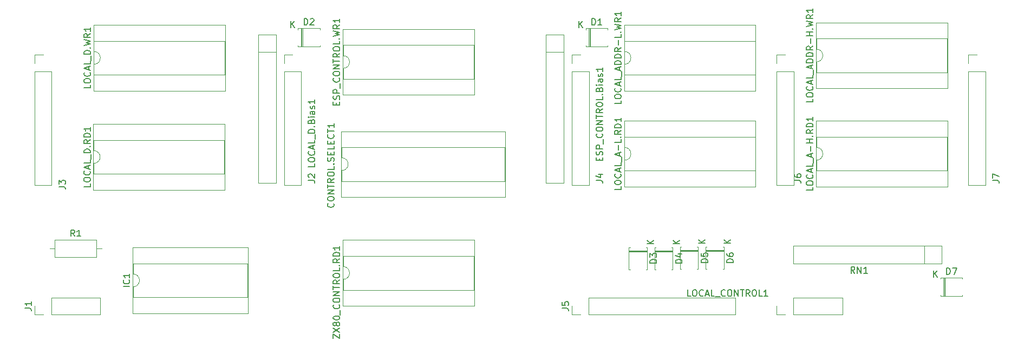
<source format=gbr>
%TF.GenerationSoftware,KiCad,Pcbnew,7.0.2*%
%TF.CreationDate,2023-06-28T00:57:01+01:00*%
%TF.ProjectId,SPI-Z80-BUS_ZXspectrum_impl,5350492d-5a38-4302-9d42-55535f5a5873,rev?*%
%TF.SameCoordinates,PX3473bc0PY19bfcc0*%
%TF.FileFunction,Legend,Top*%
%TF.FilePolarity,Positive*%
%FSLAX46Y46*%
G04 Gerber Fmt 4.6, Leading zero omitted, Abs format (unit mm)*
G04 Created by KiCad (PCBNEW 7.0.2) date 2023-06-28 00:57:01*
%MOMM*%
%LPD*%
G01*
G04 APERTURE LIST*
%ADD10C,0.150000*%
%ADD11C,0.120000*%
G04 APERTURE END LIST*
D10*
%TO.C,LOCAL_CONTROL1*%
X105238094Y-48462619D02*
X104761904Y-48462619D01*
X104761904Y-48462619D02*
X104761904Y-47462619D01*
X105761904Y-47462619D02*
X105952380Y-47462619D01*
X105952380Y-47462619D02*
X106047618Y-47510238D01*
X106047618Y-47510238D02*
X106142856Y-47605476D01*
X106142856Y-47605476D02*
X106190475Y-47795952D01*
X106190475Y-47795952D02*
X106190475Y-48129285D01*
X106190475Y-48129285D02*
X106142856Y-48319761D01*
X106142856Y-48319761D02*
X106047618Y-48415000D01*
X106047618Y-48415000D02*
X105952380Y-48462619D01*
X105952380Y-48462619D02*
X105761904Y-48462619D01*
X105761904Y-48462619D02*
X105666666Y-48415000D01*
X105666666Y-48415000D02*
X105571428Y-48319761D01*
X105571428Y-48319761D02*
X105523809Y-48129285D01*
X105523809Y-48129285D02*
X105523809Y-47795952D01*
X105523809Y-47795952D02*
X105571428Y-47605476D01*
X105571428Y-47605476D02*
X105666666Y-47510238D01*
X105666666Y-47510238D02*
X105761904Y-47462619D01*
X107190475Y-48367380D02*
X107142856Y-48415000D01*
X107142856Y-48415000D02*
X106999999Y-48462619D01*
X106999999Y-48462619D02*
X106904761Y-48462619D01*
X106904761Y-48462619D02*
X106761904Y-48415000D01*
X106761904Y-48415000D02*
X106666666Y-48319761D01*
X106666666Y-48319761D02*
X106619047Y-48224523D01*
X106619047Y-48224523D02*
X106571428Y-48034047D01*
X106571428Y-48034047D02*
X106571428Y-47891190D01*
X106571428Y-47891190D02*
X106619047Y-47700714D01*
X106619047Y-47700714D02*
X106666666Y-47605476D01*
X106666666Y-47605476D02*
X106761904Y-47510238D01*
X106761904Y-47510238D02*
X106904761Y-47462619D01*
X106904761Y-47462619D02*
X106999999Y-47462619D01*
X106999999Y-47462619D02*
X107142856Y-47510238D01*
X107142856Y-47510238D02*
X107190475Y-47557857D01*
X107571428Y-48176904D02*
X108047618Y-48176904D01*
X107476190Y-48462619D02*
X107809523Y-47462619D01*
X107809523Y-47462619D02*
X108142856Y-48462619D01*
X108952380Y-48462619D02*
X108476190Y-48462619D01*
X108476190Y-48462619D02*
X108476190Y-47462619D01*
X109047619Y-48557857D02*
X109809523Y-48557857D01*
X110619047Y-48367380D02*
X110571428Y-48415000D01*
X110571428Y-48415000D02*
X110428571Y-48462619D01*
X110428571Y-48462619D02*
X110333333Y-48462619D01*
X110333333Y-48462619D02*
X110190476Y-48415000D01*
X110190476Y-48415000D02*
X110095238Y-48319761D01*
X110095238Y-48319761D02*
X110047619Y-48224523D01*
X110047619Y-48224523D02*
X110000000Y-48034047D01*
X110000000Y-48034047D02*
X110000000Y-47891190D01*
X110000000Y-47891190D02*
X110047619Y-47700714D01*
X110047619Y-47700714D02*
X110095238Y-47605476D01*
X110095238Y-47605476D02*
X110190476Y-47510238D01*
X110190476Y-47510238D02*
X110333333Y-47462619D01*
X110333333Y-47462619D02*
X110428571Y-47462619D01*
X110428571Y-47462619D02*
X110571428Y-47510238D01*
X110571428Y-47510238D02*
X110619047Y-47557857D01*
X111238095Y-47462619D02*
X111428571Y-47462619D01*
X111428571Y-47462619D02*
X111523809Y-47510238D01*
X111523809Y-47510238D02*
X111619047Y-47605476D01*
X111619047Y-47605476D02*
X111666666Y-47795952D01*
X111666666Y-47795952D02*
X111666666Y-48129285D01*
X111666666Y-48129285D02*
X111619047Y-48319761D01*
X111619047Y-48319761D02*
X111523809Y-48415000D01*
X111523809Y-48415000D02*
X111428571Y-48462619D01*
X111428571Y-48462619D02*
X111238095Y-48462619D01*
X111238095Y-48462619D02*
X111142857Y-48415000D01*
X111142857Y-48415000D02*
X111047619Y-48319761D01*
X111047619Y-48319761D02*
X111000000Y-48129285D01*
X111000000Y-48129285D02*
X111000000Y-47795952D01*
X111000000Y-47795952D02*
X111047619Y-47605476D01*
X111047619Y-47605476D02*
X111142857Y-47510238D01*
X111142857Y-47510238D02*
X111238095Y-47462619D01*
X112095238Y-48462619D02*
X112095238Y-47462619D01*
X112095238Y-47462619D02*
X112666666Y-48462619D01*
X112666666Y-48462619D02*
X112666666Y-47462619D01*
X113000000Y-47462619D02*
X113571428Y-47462619D01*
X113285714Y-48462619D02*
X113285714Y-47462619D01*
X114476190Y-48462619D02*
X114142857Y-47986428D01*
X113904762Y-48462619D02*
X113904762Y-47462619D01*
X113904762Y-47462619D02*
X114285714Y-47462619D01*
X114285714Y-47462619D02*
X114380952Y-47510238D01*
X114380952Y-47510238D02*
X114428571Y-47557857D01*
X114428571Y-47557857D02*
X114476190Y-47653095D01*
X114476190Y-47653095D02*
X114476190Y-47795952D01*
X114476190Y-47795952D02*
X114428571Y-47891190D01*
X114428571Y-47891190D02*
X114380952Y-47938809D01*
X114380952Y-47938809D02*
X114285714Y-47986428D01*
X114285714Y-47986428D02*
X113904762Y-47986428D01*
X115095238Y-47462619D02*
X115285714Y-47462619D01*
X115285714Y-47462619D02*
X115380952Y-47510238D01*
X115380952Y-47510238D02*
X115476190Y-47605476D01*
X115476190Y-47605476D02*
X115523809Y-47795952D01*
X115523809Y-47795952D02*
X115523809Y-48129285D01*
X115523809Y-48129285D02*
X115476190Y-48319761D01*
X115476190Y-48319761D02*
X115380952Y-48415000D01*
X115380952Y-48415000D02*
X115285714Y-48462619D01*
X115285714Y-48462619D02*
X115095238Y-48462619D01*
X115095238Y-48462619D02*
X115000000Y-48415000D01*
X115000000Y-48415000D02*
X114904762Y-48319761D01*
X114904762Y-48319761D02*
X114857143Y-48129285D01*
X114857143Y-48129285D02*
X114857143Y-47795952D01*
X114857143Y-47795952D02*
X114904762Y-47605476D01*
X114904762Y-47605476D02*
X115000000Y-47510238D01*
X115000000Y-47510238D02*
X115095238Y-47462619D01*
X116428571Y-48462619D02*
X115952381Y-48462619D01*
X115952381Y-48462619D02*
X115952381Y-47462619D01*
X117285714Y-48462619D02*
X116714286Y-48462619D01*
X117000000Y-48462619D02*
X117000000Y-47462619D01*
X117000000Y-47462619D02*
X116904762Y-47605476D01*
X116904762Y-47605476D02*
X116809524Y-47700714D01*
X116809524Y-47700714D02*
X116714286Y-47748333D01*
%TO.C,ZX80_CONTROL.RD1*%
X49352619Y-55039285D02*
X49352619Y-54372619D01*
X49352619Y-54372619D02*
X50352619Y-55039285D01*
X50352619Y-55039285D02*
X50352619Y-54372619D01*
X49352619Y-54086904D02*
X50352619Y-53420238D01*
X49352619Y-53420238D02*
X50352619Y-54086904D01*
X49781190Y-52896428D02*
X49733571Y-52991666D01*
X49733571Y-52991666D02*
X49685952Y-53039285D01*
X49685952Y-53039285D02*
X49590714Y-53086904D01*
X49590714Y-53086904D02*
X49543095Y-53086904D01*
X49543095Y-53086904D02*
X49447857Y-53039285D01*
X49447857Y-53039285D02*
X49400238Y-52991666D01*
X49400238Y-52991666D02*
X49352619Y-52896428D01*
X49352619Y-52896428D02*
X49352619Y-52705952D01*
X49352619Y-52705952D02*
X49400238Y-52610714D01*
X49400238Y-52610714D02*
X49447857Y-52563095D01*
X49447857Y-52563095D02*
X49543095Y-52515476D01*
X49543095Y-52515476D02*
X49590714Y-52515476D01*
X49590714Y-52515476D02*
X49685952Y-52563095D01*
X49685952Y-52563095D02*
X49733571Y-52610714D01*
X49733571Y-52610714D02*
X49781190Y-52705952D01*
X49781190Y-52705952D02*
X49781190Y-52896428D01*
X49781190Y-52896428D02*
X49828809Y-52991666D01*
X49828809Y-52991666D02*
X49876428Y-53039285D01*
X49876428Y-53039285D02*
X49971666Y-53086904D01*
X49971666Y-53086904D02*
X50162142Y-53086904D01*
X50162142Y-53086904D02*
X50257380Y-53039285D01*
X50257380Y-53039285D02*
X50305000Y-52991666D01*
X50305000Y-52991666D02*
X50352619Y-52896428D01*
X50352619Y-52896428D02*
X50352619Y-52705952D01*
X50352619Y-52705952D02*
X50305000Y-52610714D01*
X50305000Y-52610714D02*
X50257380Y-52563095D01*
X50257380Y-52563095D02*
X50162142Y-52515476D01*
X50162142Y-52515476D02*
X49971666Y-52515476D01*
X49971666Y-52515476D02*
X49876428Y-52563095D01*
X49876428Y-52563095D02*
X49828809Y-52610714D01*
X49828809Y-52610714D02*
X49781190Y-52705952D01*
X49352619Y-51896428D02*
X49352619Y-51801190D01*
X49352619Y-51801190D02*
X49400238Y-51705952D01*
X49400238Y-51705952D02*
X49447857Y-51658333D01*
X49447857Y-51658333D02*
X49543095Y-51610714D01*
X49543095Y-51610714D02*
X49733571Y-51563095D01*
X49733571Y-51563095D02*
X49971666Y-51563095D01*
X49971666Y-51563095D02*
X50162142Y-51610714D01*
X50162142Y-51610714D02*
X50257380Y-51658333D01*
X50257380Y-51658333D02*
X50305000Y-51705952D01*
X50305000Y-51705952D02*
X50352619Y-51801190D01*
X50352619Y-51801190D02*
X50352619Y-51896428D01*
X50352619Y-51896428D02*
X50305000Y-51991666D01*
X50305000Y-51991666D02*
X50257380Y-52039285D01*
X50257380Y-52039285D02*
X50162142Y-52086904D01*
X50162142Y-52086904D02*
X49971666Y-52134523D01*
X49971666Y-52134523D02*
X49733571Y-52134523D01*
X49733571Y-52134523D02*
X49543095Y-52086904D01*
X49543095Y-52086904D02*
X49447857Y-52039285D01*
X49447857Y-52039285D02*
X49400238Y-51991666D01*
X49400238Y-51991666D02*
X49352619Y-51896428D01*
X50447857Y-51372619D02*
X50447857Y-50610714D01*
X50257380Y-49801190D02*
X50305000Y-49848809D01*
X50305000Y-49848809D02*
X50352619Y-49991666D01*
X50352619Y-49991666D02*
X50352619Y-50086904D01*
X50352619Y-50086904D02*
X50305000Y-50229761D01*
X50305000Y-50229761D02*
X50209761Y-50324999D01*
X50209761Y-50324999D02*
X50114523Y-50372618D01*
X50114523Y-50372618D02*
X49924047Y-50420237D01*
X49924047Y-50420237D02*
X49781190Y-50420237D01*
X49781190Y-50420237D02*
X49590714Y-50372618D01*
X49590714Y-50372618D02*
X49495476Y-50324999D01*
X49495476Y-50324999D02*
X49400238Y-50229761D01*
X49400238Y-50229761D02*
X49352619Y-50086904D01*
X49352619Y-50086904D02*
X49352619Y-49991666D01*
X49352619Y-49991666D02*
X49400238Y-49848809D01*
X49400238Y-49848809D02*
X49447857Y-49801190D01*
X49352619Y-49182142D02*
X49352619Y-48991666D01*
X49352619Y-48991666D02*
X49400238Y-48896428D01*
X49400238Y-48896428D02*
X49495476Y-48801190D01*
X49495476Y-48801190D02*
X49685952Y-48753571D01*
X49685952Y-48753571D02*
X50019285Y-48753571D01*
X50019285Y-48753571D02*
X50209761Y-48801190D01*
X50209761Y-48801190D02*
X50305000Y-48896428D01*
X50305000Y-48896428D02*
X50352619Y-48991666D01*
X50352619Y-48991666D02*
X50352619Y-49182142D01*
X50352619Y-49182142D02*
X50305000Y-49277380D01*
X50305000Y-49277380D02*
X50209761Y-49372618D01*
X50209761Y-49372618D02*
X50019285Y-49420237D01*
X50019285Y-49420237D02*
X49685952Y-49420237D01*
X49685952Y-49420237D02*
X49495476Y-49372618D01*
X49495476Y-49372618D02*
X49400238Y-49277380D01*
X49400238Y-49277380D02*
X49352619Y-49182142D01*
X50352619Y-48324999D02*
X49352619Y-48324999D01*
X49352619Y-48324999D02*
X50352619Y-47753571D01*
X50352619Y-47753571D02*
X49352619Y-47753571D01*
X49352619Y-47420237D02*
X49352619Y-46848809D01*
X50352619Y-47134523D02*
X49352619Y-47134523D01*
X50352619Y-45944047D02*
X49876428Y-46277380D01*
X50352619Y-46515475D02*
X49352619Y-46515475D01*
X49352619Y-46515475D02*
X49352619Y-46134523D01*
X49352619Y-46134523D02*
X49400238Y-46039285D01*
X49400238Y-46039285D02*
X49447857Y-45991666D01*
X49447857Y-45991666D02*
X49543095Y-45944047D01*
X49543095Y-45944047D02*
X49685952Y-45944047D01*
X49685952Y-45944047D02*
X49781190Y-45991666D01*
X49781190Y-45991666D02*
X49828809Y-46039285D01*
X49828809Y-46039285D02*
X49876428Y-46134523D01*
X49876428Y-46134523D02*
X49876428Y-46515475D01*
X49352619Y-45324999D02*
X49352619Y-45134523D01*
X49352619Y-45134523D02*
X49400238Y-45039285D01*
X49400238Y-45039285D02*
X49495476Y-44944047D01*
X49495476Y-44944047D02*
X49685952Y-44896428D01*
X49685952Y-44896428D02*
X50019285Y-44896428D01*
X50019285Y-44896428D02*
X50209761Y-44944047D01*
X50209761Y-44944047D02*
X50305000Y-45039285D01*
X50305000Y-45039285D02*
X50352619Y-45134523D01*
X50352619Y-45134523D02*
X50352619Y-45324999D01*
X50352619Y-45324999D02*
X50305000Y-45420237D01*
X50305000Y-45420237D02*
X50209761Y-45515475D01*
X50209761Y-45515475D02*
X50019285Y-45563094D01*
X50019285Y-45563094D02*
X49685952Y-45563094D01*
X49685952Y-45563094D02*
X49495476Y-45515475D01*
X49495476Y-45515475D02*
X49400238Y-45420237D01*
X49400238Y-45420237D02*
X49352619Y-45324999D01*
X50352619Y-43991666D02*
X50352619Y-44467856D01*
X50352619Y-44467856D02*
X49352619Y-44467856D01*
X50257380Y-43658332D02*
X50305000Y-43610713D01*
X50305000Y-43610713D02*
X50352619Y-43658332D01*
X50352619Y-43658332D02*
X50305000Y-43705951D01*
X50305000Y-43705951D02*
X50257380Y-43658332D01*
X50257380Y-43658332D02*
X50352619Y-43658332D01*
X50352619Y-42610714D02*
X49876428Y-42944047D01*
X50352619Y-43182142D02*
X49352619Y-43182142D01*
X49352619Y-43182142D02*
X49352619Y-42801190D01*
X49352619Y-42801190D02*
X49400238Y-42705952D01*
X49400238Y-42705952D02*
X49447857Y-42658333D01*
X49447857Y-42658333D02*
X49543095Y-42610714D01*
X49543095Y-42610714D02*
X49685952Y-42610714D01*
X49685952Y-42610714D02*
X49781190Y-42658333D01*
X49781190Y-42658333D02*
X49828809Y-42705952D01*
X49828809Y-42705952D02*
X49876428Y-42801190D01*
X49876428Y-42801190D02*
X49876428Y-43182142D01*
X50352619Y-42182142D02*
X49352619Y-42182142D01*
X49352619Y-42182142D02*
X49352619Y-41944047D01*
X49352619Y-41944047D02*
X49400238Y-41801190D01*
X49400238Y-41801190D02*
X49495476Y-41705952D01*
X49495476Y-41705952D02*
X49590714Y-41658333D01*
X49590714Y-41658333D02*
X49781190Y-41610714D01*
X49781190Y-41610714D02*
X49924047Y-41610714D01*
X49924047Y-41610714D02*
X50114523Y-41658333D01*
X50114523Y-41658333D02*
X50209761Y-41705952D01*
X50209761Y-41705952D02*
X50305000Y-41801190D01*
X50305000Y-41801190D02*
X50352619Y-41944047D01*
X50352619Y-41944047D02*
X50352619Y-42182142D01*
X50352619Y-40658333D02*
X50352619Y-41229761D01*
X50352619Y-40944047D02*
X49352619Y-40944047D01*
X49352619Y-40944047D02*
X49495476Y-41039285D01*
X49495476Y-41039285D02*
X49590714Y-41134523D01*
X49590714Y-41134523D02*
X49638333Y-41229761D01*
%TO.C,D5*%
X107882619Y-43198094D02*
X106882619Y-43198094D01*
X106882619Y-43198094D02*
X106882619Y-42959999D01*
X106882619Y-42959999D02*
X106930238Y-42817142D01*
X106930238Y-42817142D02*
X107025476Y-42721904D01*
X107025476Y-42721904D02*
X107120714Y-42674285D01*
X107120714Y-42674285D02*
X107311190Y-42626666D01*
X107311190Y-42626666D02*
X107454047Y-42626666D01*
X107454047Y-42626666D02*
X107644523Y-42674285D01*
X107644523Y-42674285D02*
X107739761Y-42721904D01*
X107739761Y-42721904D02*
X107835000Y-42817142D01*
X107835000Y-42817142D02*
X107882619Y-42959999D01*
X107882619Y-42959999D02*
X107882619Y-43198094D01*
X106882619Y-41721904D02*
X106882619Y-42198094D01*
X106882619Y-42198094D02*
X107358809Y-42245713D01*
X107358809Y-42245713D02*
X107311190Y-42198094D01*
X107311190Y-42198094D02*
X107263571Y-42102856D01*
X107263571Y-42102856D02*
X107263571Y-41864761D01*
X107263571Y-41864761D02*
X107311190Y-41769523D01*
X107311190Y-41769523D02*
X107358809Y-41721904D01*
X107358809Y-41721904D02*
X107454047Y-41674285D01*
X107454047Y-41674285D02*
X107692142Y-41674285D01*
X107692142Y-41674285D02*
X107787380Y-41721904D01*
X107787380Y-41721904D02*
X107835000Y-41769523D01*
X107835000Y-41769523D02*
X107882619Y-41864761D01*
X107882619Y-41864761D02*
X107882619Y-42102856D01*
X107882619Y-42102856D02*
X107835000Y-42198094D01*
X107835000Y-42198094D02*
X107787380Y-42245713D01*
X107462619Y-40181904D02*
X106462619Y-40181904D01*
X107462619Y-39610476D02*
X106891190Y-40039047D01*
X106462619Y-39610476D02*
X107034047Y-40181904D01*
%TO.C,IC1*%
X17507619Y-46966189D02*
X16507619Y-46966189D01*
X17412380Y-45918571D02*
X17460000Y-45966190D01*
X17460000Y-45966190D02*
X17507619Y-46109047D01*
X17507619Y-46109047D02*
X17507619Y-46204285D01*
X17507619Y-46204285D02*
X17460000Y-46347142D01*
X17460000Y-46347142D02*
X17364761Y-46442380D01*
X17364761Y-46442380D02*
X17269523Y-46489999D01*
X17269523Y-46489999D02*
X17079047Y-46537618D01*
X17079047Y-46537618D02*
X16936190Y-46537618D01*
X16936190Y-46537618D02*
X16745714Y-46489999D01*
X16745714Y-46489999D02*
X16650476Y-46442380D01*
X16650476Y-46442380D02*
X16555238Y-46347142D01*
X16555238Y-46347142D02*
X16507619Y-46204285D01*
X16507619Y-46204285D02*
X16507619Y-46109047D01*
X16507619Y-46109047D02*
X16555238Y-45966190D01*
X16555238Y-45966190D02*
X16602857Y-45918571D01*
X17507619Y-44966190D02*
X17507619Y-45537618D01*
X17507619Y-45251904D02*
X16507619Y-45251904D01*
X16507619Y-45251904D02*
X16650476Y-45347142D01*
X16650476Y-45347142D02*
X16745714Y-45442380D01*
X16745714Y-45442380D02*
X16793333Y-45537618D01*
%TO.C,J6*%
X121462619Y-30333333D02*
X122176904Y-30333333D01*
X122176904Y-30333333D02*
X122319761Y-30380952D01*
X122319761Y-30380952D02*
X122415000Y-30476190D01*
X122415000Y-30476190D02*
X122462619Y-30619047D01*
X122462619Y-30619047D02*
X122462619Y-30714285D01*
X121462619Y-29428571D02*
X121462619Y-29619047D01*
X121462619Y-29619047D02*
X121510238Y-29714285D01*
X121510238Y-29714285D02*
X121557857Y-29761904D01*
X121557857Y-29761904D02*
X121700714Y-29857142D01*
X121700714Y-29857142D02*
X121891190Y-29904761D01*
X121891190Y-29904761D02*
X122272142Y-29904761D01*
X122272142Y-29904761D02*
X122367380Y-29857142D01*
X122367380Y-29857142D02*
X122415000Y-29809523D01*
X122415000Y-29809523D02*
X122462619Y-29714285D01*
X122462619Y-29714285D02*
X122462619Y-29523809D01*
X122462619Y-29523809D02*
X122415000Y-29428571D01*
X122415000Y-29428571D02*
X122367380Y-29380952D01*
X122367380Y-29380952D02*
X122272142Y-29333333D01*
X122272142Y-29333333D02*
X122034047Y-29333333D01*
X122034047Y-29333333D02*
X121938809Y-29380952D01*
X121938809Y-29380952D02*
X121891190Y-29428571D01*
X121891190Y-29428571D02*
X121843571Y-29523809D01*
X121843571Y-29523809D02*
X121843571Y-29714285D01*
X121843571Y-29714285D02*
X121891190Y-29809523D01*
X121891190Y-29809523D02*
X121938809Y-29857142D01*
X121938809Y-29857142D02*
X122034047Y-29904761D01*
%TO.C,D3*%
X99882619Y-43278094D02*
X98882619Y-43278094D01*
X98882619Y-43278094D02*
X98882619Y-43039999D01*
X98882619Y-43039999D02*
X98930238Y-42897142D01*
X98930238Y-42897142D02*
X99025476Y-42801904D01*
X99025476Y-42801904D02*
X99120714Y-42754285D01*
X99120714Y-42754285D02*
X99311190Y-42706666D01*
X99311190Y-42706666D02*
X99454047Y-42706666D01*
X99454047Y-42706666D02*
X99644523Y-42754285D01*
X99644523Y-42754285D02*
X99739761Y-42801904D01*
X99739761Y-42801904D02*
X99835000Y-42897142D01*
X99835000Y-42897142D02*
X99882619Y-43039999D01*
X99882619Y-43039999D02*
X99882619Y-43278094D01*
X98882619Y-42373332D02*
X98882619Y-41754285D01*
X98882619Y-41754285D02*
X99263571Y-42087618D01*
X99263571Y-42087618D02*
X99263571Y-41944761D01*
X99263571Y-41944761D02*
X99311190Y-41849523D01*
X99311190Y-41849523D02*
X99358809Y-41801904D01*
X99358809Y-41801904D02*
X99454047Y-41754285D01*
X99454047Y-41754285D02*
X99692142Y-41754285D01*
X99692142Y-41754285D02*
X99787380Y-41801904D01*
X99787380Y-41801904D02*
X99835000Y-41849523D01*
X99835000Y-41849523D02*
X99882619Y-41944761D01*
X99882619Y-41944761D02*
X99882619Y-42230475D01*
X99882619Y-42230475D02*
X99835000Y-42325713D01*
X99835000Y-42325713D02*
X99787380Y-42373332D01*
X99462619Y-40261904D02*
X98462619Y-40261904D01*
X99462619Y-39690476D02*
X98891190Y-40119047D01*
X98462619Y-39690476D02*
X99034047Y-40261904D01*
%TO.C,RN1*%
X130879523Y-44862619D02*
X130546190Y-44386428D01*
X130308095Y-44862619D02*
X130308095Y-43862619D01*
X130308095Y-43862619D02*
X130689047Y-43862619D01*
X130689047Y-43862619D02*
X130784285Y-43910238D01*
X130784285Y-43910238D02*
X130831904Y-43957857D01*
X130831904Y-43957857D02*
X130879523Y-44053095D01*
X130879523Y-44053095D02*
X130879523Y-44195952D01*
X130879523Y-44195952D02*
X130831904Y-44291190D01*
X130831904Y-44291190D02*
X130784285Y-44338809D01*
X130784285Y-44338809D02*
X130689047Y-44386428D01*
X130689047Y-44386428D02*
X130308095Y-44386428D01*
X131308095Y-44862619D02*
X131308095Y-43862619D01*
X131308095Y-43862619D02*
X131879523Y-44862619D01*
X131879523Y-44862619D02*
X131879523Y-43862619D01*
X132879523Y-44862619D02*
X132308095Y-44862619D01*
X132593809Y-44862619D02*
X132593809Y-43862619D01*
X132593809Y-43862619D02*
X132498571Y-44005476D01*
X132498571Y-44005476D02*
X132403333Y-44100714D01*
X132403333Y-44100714D02*
X132308095Y-44148333D01*
%TO.C,D7*%
X145261905Y-45042619D02*
X145261905Y-44042619D01*
X145261905Y-44042619D02*
X145500000Y-44042619D01*
X145500000Y-44042619D02*
X145642857Y-44090238D01*
X145642857Y-44090238D02*
X145738095Y-44185476D01*
X145738095Y-44185476D02*
X145785714Y-44280714D01*
X145785714Y-44280714D02*
X145833333Y-44471190D01*
X145833333Y-44471190D02*
X145833333Y-44614047D01*
X145833333Y-44614047D02*
X145785714Y-44804523D01*
X145785714Y-44804523D02*
X145738095Y-44899761D01*
X145738095Y-44899761D02*
X145642857Y-44995000D01*
X145642857Y-44995000D02*
X145500000Y-45042619D01*
X145500000Y-45042619D02*
X145261905Y-45042619D01*
X146166667Y-44042619D02*
X146833333Y-44042619D01*
X146833333Y-44042619D02*
X146404762Y-45042619D01*
X143198095Y-45462619D02*
X143198095Y-44462619D01*
X143769523Y-45462619D02*
X143340952Y-44891190D01*
X143769523Y-44462619D02*
X143198095Y-45034047D01*
%TO.C,D1*%
X89801905Y-6042619D02*
X89801905Y-5042619D01*
X89801905Y-5042619D02*
X90040000Y-5042619D01*
X90040000Y-5042619D02*
X90182857Y-5090238D01*
X90182857Y-5090238D02*
X90278095Y-5185476D01*
X90278095Y-5185476D02*
X90325714Y-5280714D01*
X90325714Y-5280714D02*
X90373333Y-5471190D01*
X90373333Y-5471190D02*
X90373333Y-5614047D01*
X90373333Y-5614047D02*
X90325714Y-5804523D01*
X90325714Y-5804523D02*
X90278095Y-5899761D01*
X90278095Y-5899761D02*
X90182857Y-5995000D01*
X90182857Y-5995000D02*
X90040000Y-6042619D01*
X90040000Y-6042619D02*
X89801905Y-6042619D01*
X91325714Y-6042619D02*
X90754286Y-6042619D01*
X91040000Y-6042619D02*
X91040000Y-5042619D01*
X91040000Y-5042619D02*
X90944762Y-5185476D01*
X90944762Y-5185476D02*
X90849524Y-5280714D01*
X90849524Y-5280714D02*
X90754286Y-5328333D01*
X87738095Y-6462619D02*
X87738095Y-5462619D01*
X88309523Y-6462619D02*
X87880952Y-5891190D01*
X88309523Y-5462619D02*
X87738095Y-6034047D01*
%TO.C,LOCAL_D.WR1*%
X11392619Y-15404285D02*
X11392619Y-15880475D01*
X11392619Y-15880475D02*
X10392619Y-15880475D01*
X10392619Y-14880475D02*
X10392619Y-14689999D01*
X10392619Y-14689999D02*
X10440238Y-14594761D01*
X10440238Y-14594761D02*
X10535476Y-14499523D01*
X10535476Y-14499523D02*
X10725952Y-14451904D01*
X10725952Y-14451904D02*
X11059285Y-14451904D01*
X11059285Y-14451904D02*
X11249761Y-14499523D01*
X11249761Y-14499523D02*
X11345000Y-14594761D01*
X11345000Y-14594761D02*
X11392619Y-14689999D01*
X11392619Y-14689999D02*
X11392619Y-14880475D01*
X11392619Y-14880475D02*
X11345000Y-14975713D01*
X11345000Y-14975713D02*
X11249761Y-15070951D01*
X11249761Y-15070951D02*
X11059285Y-15118570D01*
X11059285Y-15118570D02*
X10725952Y-15118570D01*
X10725952Y-15118570D02*
X10535476Y-15070951D01*
X10535476Y-15070951D02*
X10440238Y-14975713D01*
X10440238Y-14975713D02*
X10392619Y-14880475D01*
X11297380Y-13451904D02*
X11345000Y-13499523D01*
X11345000Y-13499523D02*
X11392619Y-13642380D01*
X11392619Y-13642380D02*
X11392619Y-13737618D01*
X11392619Y-13737618D02*
X11345000Y-13880475D01*
X11345000Y-13880475D02*
X11249761Y-13975713D01*
X11249761Y-13975713D02*
X11154523Y-14023332D01*
X11154523Y-14023332D02*
X10964047Y-14070951D01*
X10964047Y-14070951D02*
X10821190Y-14070951D01*
X10821190Y-14070951D02*
X10630714Y-14023332D01*
X10630714Y-14023332D02*
X10535476Y-13975713D01*
X10535476Y-13975713D02*
X10440238Y-13880475D01*
X10440238Y-13880475D02*
X10392619Y-13737618D01*
X10392619Y-13737618D02*
X10392619Y-13642380D01*
X10392619Y-13642380D02*
X10440238Y-13499523D01*
X10440238Y-13499523D02*
X10487857Y-13451904D01*
X11106904Y-13070951D02*
X11106904Y-12594761D01*
X11392619Y-13166189D02*
X10392619Y-12832856D01*
X10392619Y-12832856D02*
X11392619Y-12499523D01*
X11392619Y-11689999D02*
X11392619Y-12166189D01*
X11392619Y-12166189D02*
X10392619Y-12166189D01*
X11487857Y-11594761D02*
X11487857Y-10832856D01*
X11392619Y-10594760D02*
X10392619Y-10594760D01*
X10392619Y-10594760D02*
X10392619Y-10356665D01*
X10392619Y-10356665D02*
X10440238Y-10213808D01*
X10440238Y-10213808D02*
X10535476Y-10118570D01*
X10535476Y-10118570D02*
X10630714Y-10070951D01*
X10630714Y-10070951D02*
X10821190Y-10023332D01*
X10821190Y-10023332D02*
X10964047Y-10023332D01*
X10964047Y-10023332D02*
X11154523Y-10070951D01*
X11154523Y-10070951D02*
X11249761Y-10118570D01*
X11249761Y-10118570D02*
X11345000Y-10213808D01*
X11345000Y-10213808D02*
X11392619Y-10356665D01*
X11392619Y-10356665D02*
X11392619Y-10594760D01*
X11297380Y-9594760D02*
X11345000Y-9547141D01*
X11345000Y-9547141D02*
X11392619Y-9594760D01*
X11392619Y-9594760D02*
X11345000Y-9642379D01*
X11345000Y-9642379D02*
X11297380Y-9594760D01*
X11297380Y-9594760D02*
X11392619Y-9594760D01*
X10392619Y-9213808D02*
X11392619Y-8975713D01*
X11392619Y-8975713D02*
X10678333Y-8785237D01*
X10678333Y-8785237D02*
X11392619Y-8594761D01*
X11392619Y-8594761D02*
X10392619Y-8356666D01*
X11392619Y-7404285D02*
X10916428Y-7737618D01*
X11392619Y-7975713D02*
X10392619Y-7975713D01*
X10392619Y-7975713D02*
X10392619Y-7594761D01*
X10392619Y-7594761D02*
X10440238Y-7499523D01*
X10440238Y-7499523D02*
X10487857Y-7451904D01*
X10487857Y-7451904D02*
X10583095Y-7404285D01*
X10583095Y-7404285D02*
X10725952Y-7404285D01*
X10725952Y-7404285D02*
X10821190Y-7451904D01*
X10821190Y-7451904D02*
X10868809Y-7499523D01*
X10868809Y-7499523D02*
X10916428Y-7594761D01*
X10916428Y-7594761D02*
X10916428Y-7975713D01*
X11392619Y-6451904D02*
X11392619Y-7023332D01*
X11392619Y-6737618D02*
X10392619Y-6737618D01*
X10392619Y-6737618D02*
X10535476Y-6832856D01*
X10535476Y-6832856D02*
X10630714Y-6928094D01*
X10630714Y-6928094D02*
X10678333Y-7023332D01*
%TO.C,LOCAL_D.RD1*%
X11352619Y-30832857D02*
X11352619Y-31309047D01*
X11352619Y-31309047D02*
X10352619Y-31309047D01*
X10352619Y-30309047D02*
X10352619Y-30118571D01*
X10352619Y-30118571D02*
X10400238Y-30023333D01*
X10400238Y-30023333D02*
X10495476Y-29928095D01*
X10495476Y-29928095D02*
X10685952Y-29880476D01*
X10685952Y-29880476D02*
X11019285Y-29880476D01*
X11019285Y-29880476D02*
X11209761Y-29928095D01*
X11209761Y-29928095D02*
X11305000Y-30023333D01*
X11305000Y-30023333D02*
X11352619Y-30118571D01*
X11352619Y-30118571D02*
X11352619Y-30309047D01*
X11352619Y-30309047D02*
X11305000Y-30404285D01*
X11305000Y-30404285D02*
X11209761Y-30499523D01*
X11209761Y-30499523D02*
X11019285Y-30547142D01*
X11019285Y-30547142D02*
X10685952Y-30547142D01*
X10685952Y-30547142D02*
X10495476Y-30499523D01*
X10495476Y-30499523D02*
X10400238Y-30404285D01*
X10400238Y-30404285D02*
X10352619Y-30309047D01*
X11257380Y-28880476D02*
X11305000Y-28928095D01*
X11305000Y-28928095D02*
X11352619Y-29070952D01*
X11352619Y-29070952D02*
X11352619Y-29166190D01*
X11352619Y-29166190D02*
X11305000Y-29309047D01*
X11305000Y-29309047D02*
X11209761Y-29404285D01*
X11209761Y-29404285D02*
X11114523Y-29451904D01*
X11114523Y-29451904D02*
X10924047Y-29499523D01*
X10924047Y-29499523D02*
X10781190Y-29499523D01*
X10781190Y-29499523D02*
X10590714Y-29451904D01*
X10590714Y-29451904D02*
X10495476Y-29404285D01*
X10495476Y-29404285D02*
X10400238Y-29309047D01*
X10400238Y-29309047D02*
X10352619Y-29166190D01*
X10352619Y-29166190D02*
X10352619Y-29070952D01*
X10352619Y-29070952D02*
X10400238Y-28928095D01*
X10400238Y-28928095D02*
X10447857Y-28880476D01*
X11066904Y-28499523D02*
X11066904Y-28023333D01*
X11352619Y-28594761D02*
X10352619Y-28261428D01*
X10352619Y-28261428D02*
X11352619Y-27928095D01*
X11352619Y-27118571D02*
X11352619Y-27594761D01*
X11352619Y-27594761D02*
X10352619Y-27594761D01*
X11447857Y-27023333D02*
X11447857Y-26261428D01*
X11352619Y-26023332D02*
X10352619Y-26023332D01*
X10352619Y-26023332D02*
X10352619Y-25785237D01*
X10352619Y-25785237D02*
X10400238Y-25642380D01*
X10400238Y-25642380D02*
X10495476Y-25547142D01*
X10495476Y-25547142D02*
X10590714Y-25499523D01*
X10590714Y-25499523D02*
X10781190Y-25451904D01*
X10781190Y-25451904D02*
X10924047Y-25451904D01*
X10924047Y-25451904D02*
X11114523Y-25499523D01*
X11114523Y-25499523D02*
X11209761Y-25547142D01*
X11209761Y-25547142D02*
X11305000Y-25642380D01*
X11305000Y-25642380D02*
X11352619Y-25785237D01*
X11352619Y-25785237D02*
X11352619Y-26023332D01*
X11257380Y-25023332D02*
X11305000Y-24975713D01*
X11305000Y-24975713D02*
X11352619Y-25023332D01*
X11352619Y-25023332D02*
X11305000Y-25070951D01*
X11305000Y-25070951D02*
X11257380Y-25023332D01*
X11257380Y-25023332D02*
X11352619Y-25023332D01*
X11352619Y-23975714D02*
X10876428Y-24309047D01*
X11352619Y-24547142D02*
X10352619Y-24547142D01*
X10352619Y-24547142D02*
X10352619Y-24166190D01*
X10352619Y-24166190D02*
X10400238Y-24070952D01*
X10400238Y-24070952D02*
X10447857Y-24023333D01*
X10447857Y-24023333D02*
X10543095Y-23975714D01*
X10543095Y-23975714D02*
X10685952Y-23975714D01*
X10685952Y-23975714D02*
X10781190Y-24023333D01*
X10781190Y-24023333D02*
X10828809Y-24070952D01*
X10828809Y-24070952D02*
X10876428Y-24166190D01*
X10876428Y-24166190D02*
X10876428Y-24547142D01*
X11352619Y-23547142D02*
X10352619Y-23547142D01*
X10352619Y-23547142D02*
X10352619Y-23309047D01*
X10352619Y-23309047D02*
X10400238Y-23166190D01*
X10400238Y-23166190D02*
X10495476Y-23070952D01*
X10495476Y-23070952D02*
X10590714Y-23023333D01*
X10590714Y-23023333D02*
X10781190Y-22975714D01*
X10781190Y-22975714D02*
X10924047Y-22975714D01*
X10924047Y-22975714D02*
X11114523Y-23023333D01*
X11114523Y-23023333D02*
X11209761Y-23070952D01*
X11209761Y-23070952D02*
X11305000Y-23166190D01*
X11305000Y-23166190D02*
X11352619Y-23309047D01*
X11352619Y-23309047D02*
X11352619Y-23547142D01*
X11352619Y-22023333D02*
X11352619Y-22594761D01*
X11352619Y-22309047D02*
X10352619Y-22309047D01*
X10352619Y-22309047D02*
X10495476Y-22404285D01*
X10495476Y-22404285D02*
X10590714Y-22499523D01*
X10590714Y-22499523D02*
X10638333Y-22594761D01*
%TO.C,ESP_CONTROL.WR1*%
X49828809Y-18539285D02*
X49828809Y-18205952D01*
X50352619Y-18063095D02*
X50352619Y-18539285D01*
X50352619Y-18539285D02*
X49352619Y-18539285D01*
X49352619Y-18539285D02*
X49352619Y-18063095D01*
X50305000Y-17682142D02*
X50352619Y-17539285D01*
X50352619Y-17539285D02*
X50352619Y-17301190D01*
X50352619Y-17301190D02*
X50305000Y-17205952D01*
X50305000Y-17205952D02*
X50257380Y-17158333D01*
X50257380Y-17158333D02*
X50162142Y-17110714D01*
X50162142Y-17110714D02*
X50066904Y-17110714D01*
X50066904Y-17110714D02*
X49971666Y-17158333D01*
X49971666Y-17158333D02*
X49924047Y-17205952D01*
X49924047Y-17205952D02*
X49876428Y-17301190D01*
X49876428Y-17301190D02*
X49828809Y-17491666D01*
X49828809Y-17491666D02*
X49781190Y-17586904D01*
X49781190Y-17586904D02*
X49733571Y-17634523D01*
X49733571Y-17634523D02*
X49638333Y-17682142D01*
X49638333Y-17682142D02*
X49543095Y-17682142D01*
X49543095Y-17682142D02*
X49447857Y-17634523D01*
X49447857Y-17634523D02*
X49400238Y-17586904D01*
X49400238Y-17586904D02*
X49352619Y-17491666D01*
X49352619Y-17491666D02*
X49352619Y-17253571D01*
X49352619Y-17253571D02*
X49400238Y-17110714D01*
X50352619Y-16682142D02*
X49352619Y-16682142D01*
X49352619Y-16682142D02*
X49352619Y-16301190D01*
X49352619Y-16301190D02*
X49400238Y-16205952D01*
X49400238Y-16205952D02*
X49447857Y-16158333D01*
X49447857Y-16158333D02*
X49543095Y-16110714D01*
X49543095Y-16110714D02*
X49685952Y-16110714D01*
X49685952Y-16110714D02*
X49781190Y-16158333D01*
X49781190Y-16158333D02*
X49828809Y-16205952D01*
X49828809Y-16205952D02*
X49876428Y-16301190D01*
X49876428Y-16301190D02*
X49876428Y-16682142D01*
X50447857Y-15920238D02*
X50447857Y-15158333D01*
X50257380Y-14348809D02*
X50305000Y-14396428D01*
X50305000Y-14396428D02*
X50352619Y-14539285D01*
X50352619Y-14539285D02*
X50352619Y-14634523D01*
X50352619Y-14634523D02*
X50305000Y-14777380D01*
X50305000Y-14777380D02*
X50209761Y-14872618D01*
X50209761Y-14872618D02*
X50114523Y-14920237D01*
X50114523Y-14920237D02*
X49924047Y-14967856D01*
X49924047Y-14967856D02*
X49781190Y-14967856D01*
X49781190Y-14967856D02*
X49590714Y-14920237D01*
X49590714Y-14920237D02*
X49495476Y-14872618D01*
X49495476Y-14872618D02*
X49400238Y-14777380D01*
X49400238Y-14777380D02*
X49352619Y-14634523D01*
X49352619Y-14634523D02*
X49352619Y-14539285D01*
X49352619Y-14539285D02*
X49400238Y-14396428D01*
X49400238Y-14396428D02*
X49447857Y-14348809D01*
X49352619Y-13729761D02*
X49352619Y-13539285D01*
X49352619Y-13539285D02*
X49400238Y-13444047D01*
X49400238Y-13444047D02*
X49495476Y-13348809D01*
X49495476Y-13348809D02*
X49685952Y-13301190D01*
X49685952Y-13301190D02*
X50019285Y-13301190D01*
X50019285Y-13301190D02*
X50209761Y-13348809D01*
X50209761Y-13348809D02*
X50305000Y-13444047D01*
X50305000Y-13444047D02*
X50352619Y-13539285D01*
X50352619Y-13539285D02*
X50352619Y-13729761D01*
X50352619Y-13729761D02*
X50305000Y-13824999D01*
X50305000Y-13824999D02*
X50209761Y-13920237D01*
X50209761Y-13920237D02*
X50019285Y-13967856D01*
X50019285Y-13967856D02*
X49685952Y-13967856D01*
X49685952Y-13967856D02*
X49495476Y-13920237D01*
X49495476Y-13920237D02*
X49400238Y-13824999D01*
X49400238Y-13824999D02*
X49352619Y-13729761D01*
X50352619Y-12872618D02*
X49352619Y-12872618D01*
X49352619Y-12872618D02*
X50352619Y-12301190D01*
X50352619Y-12301190D02*
X49352619Y-12301190D01*
X49352619Y-11967856D02*
X49352619Y-11396428D01*
X50352619Y-11682142D02*
X49352619Y-11682142D01*
X50352619Y-10491666D02*
X49876428Y-10824999D01*
X50352619Y-11063094D02*
X49352619Y-11063094D01*
X49352619Y-11063094D02*
X49352619Y-10682142D01*
X49352619Y-10682142D02*
X49400238Y-10586904D01*
X49400238Y-10586904D02*
X49447857Y-10539285D01*
X49447857Y-10539285D02*
X49543095Y-10491666D01*
X49543095Y-10491666D02*
X49685952Y-10491666D01*
X49685952Y-10491666D02*
X49781190Y-10539285D01*
X49781190Y-10539285D02*
X49828809Y-10586904D01*
X49828809Y-10586904D02*
X49876428Y-10682142D01*
X49876428Y-10682142D02*
X49876428Y-11063094D01*
X49352619Y-9872618D02*
X49352619Y-9682142D01*
X49352619Y-9682142D02*
X49400238Y-9586904D01*
X49400238Y-9586904D02*
X49495476Y-9491666D01*
X49495476Y-9491666D02*
X49685952Y-9444047D01*
X49685952Y-9444047D02*
X50019285Y-9444047D01*
X50019285Y-9444047D02*
X50209761Y-9491666D01*
X50209761Y-9491666D02*
X50305000Y-9586904D01*
X50305000Y-9586904D02*
X50352619Y-9682142D01*
X50352619Y-9682142D02*
X50352619Y-9872618D01*
X50352619Y-9872618D02*
X50305000Y-9967856D01*
X50305000Y-9967856D02*
X50209761Y-10063094D01*
X50209761Y-10063094D02*
X50019285Y-10110713D01*
X50019285Y-10110713D02*
X49685952Y-10110713D01*
X49685952Y-10110713D02*
X49495476Y-10063094D01*
X49495476Y-10063094D02*
X49400238Y-9967856D01*
X49400238Y-9967856D02*
X49352619Y-9872618D01*
X50352619Y-8539285D02*
X50352619Y-9015475D01*
X50352619Y-9015475D02*
X49352619Y-9015475D01*
X50257380Y-8205951D02*
X50305000Y-8158332D01*
X50305000Y-8158332D02*
X50352619Y-8205951D01*
X50352619Y-8205951D02*
X50305000Y-8253570D01*
X50305000Y-8253570D02*
X50257380Y-8205951D01*
X50257380Y-8205951D02*
X50352619Y-8205951D01*
X49352619Y-7824999D02*
X50352619Y-7586904D01*
X50352619Y-7586904D02*
X49638333Y-7396428D01*
X49638333Y-7396428D02*
X50352619Y-7205952D01*
X50352619Y-7205952D02*
X49352619Y-6967857D01*
X50352619Y-6015476D02*
X49876428Y-6348809D01*
X50352619Y-6586904D02*
X49352619Y-6586904D01*
X49352619Y-6586904D02*
X49352619Y-6205952D01*
X49352619Y-6205952D02*
X49400238Y-6110714D01*
X49400238Y-6110714D02*
X49447857Y-6063095D01*
X49447857Y-6063095D02*
X49543095Y-6015476D01*
X49543095Y-6015476D02*
X49685952Y-6015476D01*
X49685952Y-6015476D02*
X49781190Y-6063095D01*
X49781190Y-6063095D02*
X49828809Y-6110714D01*
X49828809Y-6110714D02*
X49876428Y-6205952D01*
X49876428Y-6205952D02*
X49876428Y-6586904D01*
X50352619Y-5063095D02*
X50352619Y-5634523D01*
X50352619Y-5348809D02*
X49352619Y-5348809D01*
X49352619Y-5348809D02*
X49495476Y-5444047D01*
X49495476Y-5444047D02*
X49590714Y-5539285D01*
X49590714Y-5539285D02*
X49638333Y-5634523D01*
%TO.C,J3*%
X6462619Y-31333333D02*
X7176904Y-31333333D01*
X7176904Y-31333333D02*
X7319761Y-31380952D01*
X7319761Y-31380952D02*
X7415000Y-31476190D01*
X7415000Y-31476190D02*
X7462619Y-31619047D01*
X7462619Y-31619047D02*
X7462619Y-31714285D01*
X6462619Y-30952380D02*
X6462619Y-30333333D01*
X6462619Y-30333333D02*
X6843571Y-30666666D01*
X6843571Y-30666666D02*
X6843571Y-30523809D01*
X6843571Y-30523809D02*
X6891190Y-30428571D01*
X6891190Y-30428571D02*
X6938809Y-30380952D01*
X6938809Y-30380952D02*
X7034047Y-30333333D01*
X7034047Y-30333333D02*
X7272142Y-30333333D01*
X7272142Y-30333333D02*
X7367380Y-30380952D01*
X7367380Y-30380952D02*
X7415000Y-30428571D01*
X7415000Y-30428571D02*
X7462619Y-30523809D01*
X7462619Y-30523809D02*
X7462619Y-30809523D01*
X7462619Y-30809523D02*
X7415000Y-30904761D01*
X7415000Y-30904761D02*
X7367380Y-30952380D01*
%TO.C,CONTROL.SELECT1*%
X49367380Y-33928571D02*
X49415000Y-33976190D01*
X49415000Y-33976190D02*
X49462619Y-34119047D01*
X49462619Y-34119047D02*
X49462619Y-34214285D01*
X49462619Y-34214285D02*
X49415000Y-34357142D01*
X49415000Y-34357142D02*
X49319761Y-34452380D01*
X49319761Y-34452380D02*
X49224523Y-34499999D01*
X49224523Y-34499999D02*
X49034047Y-34547618D01*
X49034047Y-34547618D02*
X48891190Y-34547618D01*
X48891190Y-34547618D02*
X48700714Y-34499999D01*
X48700714Y-34499999D02*
X48605476Y-34452380D01*
X48605476Y-34452380D02*
X48510238Y-34357142D01*
X48510238Y-34357142D02*
X48462619Y-34214285D01*
X48462619Y-34214285D02*
X48462619Y-34119047D01*
X48462619Y-34119047D02*
X48510238Y-33976190D01*
X48510238Y-33976190D02*
X48557857Y-33928571D01*
X48462619Y-33309523D02*
X48462619Y-33119047D01*
X48462619Y-33119047D02*
X48510238Y-33023809D01*
X48510238Y-33023809D02*
X48605476Y-32928571D01*
X48605476Y-32928571D02*
X48795952Y-32880952D01*
X48795952Y-32880952D02*
X49129285Y-32880952D01*
X49129285Y-32880952D02*
X49319761Y-32928571D01*
X49319761Y-32928571D02*
X49415000Y-33023809D01*
X49415000Y-33023809D02*
X49462619Y-33119047D01*
X49462619Y-33119047D02*
X49462619Y-33309523D01*
X49462619Y-33309523D02*
X49415000Y-33404761D01*
X49415000Y-33404761D02*
X49319761Y-33499999D01*
X49319761Y-33499999D02*
X49129285Y-33547618D01*
X49129285Y-33547618D02*
X48795952Y-33547618D01*
X48795952Y-33547618D02*
X48605476Y-33499999D01*
X48605476Y-33499999D02*
X48510238Y-33404761D01*
X48510238Y-33404761D02*
X48462619Y-33309523D01*
X49462619Y-32452380D02*
X48462619Y-32452380D01*
X48462619Y-32452380D02*
X49462619Y-31880952D01*
X49462619Y-31880952D02*
X48462619Y-31880952D01*
X48462619Y-31547618D02*
X48462619Y-30976190D01*
X49462619Y-31261904D02*
X48462619Y-31261904D01*
X49462619Y-30071428D02*
X48986428Y-30404761D01*
X49462619Y-30642856D02*
X48462619Y-30642856D01*
X48462619Y-30642856D02*
X48462619Y-30261904D01*
X48462619Y-30261904D02*
X48510238Y-30166666D01*
X48510238Y-30166666D02*
X48557857Y-30119047D01*
X48557857Y-30119047D02*
X48653095Y-30071428D01*
X48653095Y-30071428D02*
X48795952Y-30071428D01*
X48795952Y-30071428D02*
X48891190Y-30119047D01*
X48891190Y-30119047D02*
X48938809Y-30166666D01*
X48938809Y-30166666D02*
X48986428Y-30261904D01*
X48986428Y-30261904D02*
X48986428Y-30642856D01*
X48462619Y-29452380D02*
X48462619Y-29261904D01*
X48462619Y-29261904D02*
X48510238Y-29166666D01*
X48510238Y-29166666D02*
X48605476Y-29071428D01*
X48605476Y-29071428D02*
X48795952Y-29023809D01*
X48795952Y-29023809D02*
X49129285Y-29023809D01*
X49129285Y-29023809D02*
X49319761Y-29071428D01*
X49319761Y-29071428D02*
X49415000Y-29166666D01*
X49415000Y-29166666D02*
X49462619Y-29261904D01*
X49462619Y-29261904D02*
X49462619Y-29452380D01*
X49462619Y-29452380D02*
X49415000Y-29547618D01*
X49415000Y-29547618D02*
X49319761Y-29642856D01*
X49319761Y-29642856D02*
X49129285Y-29690475D01*
X49129285Y-29690475D02*
X48795952Y-29690475D01*
X48795952Y-29690475D02*
X48605476Y-29642856D01*
X48605476Y-29642856D02*
X48510238Y-29547618D01*
X48510238Y-29547618D02*
X48462619Y-29452380D01*
X49462619Y-28119047D02*
X49462619Y-28595237D01*
X49462619Y-28595237D02*
X48462619Y-28595237D01*
X49367380Y-27785713D02*
X49415000Y-27738094D01*
X49415000Y-27738094D02*
X49462619Y-27785713D01*
X49462619Y-27785713D02*
X49415000Y-27833332D01*
X49415000Y-27833332D02*
X49367380Y-27785713D01*
X49367380Y-27785713D02*
X49462619Y-27785713D01*
X49415000Y-27357142D02*
X49462619Y-27214285D01*
X49462619Y-27214285D02*
X49462619Y-26976190D01*
X49462619Y-26976190D02*
X49415000Y-26880952D01*
X49415000Y-26880952D02*
X49367380Y-26833333D01*
X49367380Y-26833333D02*
X49272142Y-26785714D01*
X49272142Y-26785714D02*
X49176904Y-26785714D01*
X49176904Y-26785714D02*
X49081666Y-26833333D01*
X49081666Y-26833333D02*
X49034047Y-26880952D01*
X49034047Y-26880952D02*
X48986428Y-26976190D01*
X48986428Y-26976190D02*
X48938809Y-27166666D01*
X48938809Y-27166666D02*
X48891190Y-27261904D01*
X48891190Y-27261904D02*
X48843571Y-27309523D01*
X48843571Y-27309523D02*
X48748333Y-27357142D01*
X48748333Y-27357142D02*
X48653095Y-27357142D01*
X48653095Y-27357142D02*
X48557857Y-27309523D01*
X48557857Y-27309523D02*
X48510238Y-27261904D01*
X48510238Y-27261904D02*
X48462619Y-27166666D01*
X48462619Y-27166666D02*
X48462619Y-26928571D01*
X48462619Y-26928571D02*
X48510238Y-26785714D01*
X48938809Y-26357142D02*
X48938809Y-26023809D01*
X49462619Y-25880952D02*
X49462619Y-26357142D01*
X49462619Y-26357142D02*
X48462619Y-26357142D01*
X48462619Y-26357142D02*
X48462619Y-25880952D01*
X49462619Y-24976190D02*
X49462619Y-25452380D01*
X49462619Y-25452380D02*
X48462619Y-25452380D01*
X48938809Y-24642856D02*
X48938809Y-24309523D01*
X49462619Y-24166666D02*
X49462619Y-24642856D01*
X49462619Y-24642856D02*
X48462619Y-24642856D01*
X48462619Y-24642856D02*
X48462619Y-24166666D01*
X49367380Y-23166666D02*
X49415000Y-23214285D01*
X49415000Y-23214285D02*
X49462619Y-23357142D01*
X49462619Y-23357142D02*
X49462619Y-23452380D01*
X49462619Y-23452380D02*
X49415000Y-23595237D01*
X49415000Y-23595237D02*
X49319761Y-23690475D01*
X49319761Y-23690475D02*
X49224523Y-23738094D01*
X49224523Y-23738094D02*
X49034047Y-23785713D01*
X49034047Y-23785713D02*
X48891190Y-23785713D01*
X48891190Y-23785713D02*
X48700714Y-23738094D01*
X48700714Y-23738094D02*
X48605476Y-23690475D01*
X48605476Y-23690475D02*
X48510238Y-23595237D01*
X48510238Y-23595237D02*
X48462619Y-23452380D01*
X48462619Y-23452380D02*
X48462619Y-23357142D01*
X48462619Y-23357142D02*
X48510238Y-23214285D01*
X48510238Y-23214285D02*
X48557857Y-23166666D01*
X48462619Y-22880951D02*
X48462619Y-22309523D01*
X49462619Y-22595237D02*
X48462619Y-22595237D01*
X49462619Y-21452380D02*
X49462619Y-22023808D01*
X49462619Y-21738094D02*
X48462619Y-21738094D01*
X48462619Y-21738094D02*
X48605476Y-21833332D01*
X48605476Y-21833332D02*
X48700714Y-21928570D01*
X48700714Y-21928570D02*
X48748333Y-22023808D01*
%TO.C,D4*%
X103882619Y-43278094D02*
X102882619Y-43278094D01*
X102882619Y-43278094D02*
X102882619Y-43039999D01*
X102882619Y-43039999D02*
X102930238Y-42897142D01*
X102930238Y-42897142D02*
X103025476Y-42801904D01*
X103025476Y-42801904D02*
X103120714Y-42754285D01*
X103120714Y-42754285D02*
X103311190Y-42706666D01*
X103311190Y-42706666D02*
X103454047Y-42706666D01*
X103454047Y-42706666D02*
X103644523Y-42754285D01*
X103644523Y-42754285D02*
X103739761Y-42801904D01*
X103739761Y-42801904D02*
X103835000Y-42897142D01*
X103835000Y-42897142D02*
X103882619Y-43039999D01*
X103882619Y-43039999D02*
X103882619Y-43278094D01*
X103215952Y-41849523D02*
X103882619Y-41849523D01*
X102835000Y-42087618D02*
X103549285Y-42325713D01*
X103549285Y-42325713D02*
X103549285Y-41706666D01*
X103462619Y-40261904D02*
X102462619Y-40261904D01*
X103462619Y-39690476D02*
X102891190Y-40119047D01*
X102462619Y-39690476D02*
X103034047Y-40261904D01*
%TO.C,J1*%
X1132619Y-50333333D02*
X1846904Y-50333333D01*
X1846904Y-50333333D02*
X1989761Y-50380952D01*
X1989761Y-50380952D02*
X2085000Y-50476190D01*
X2085000Y-50476190D02*
X2132619Y-50619047D01*
X2132619Y-50619047D02*
X2132619Y-50714285D01*
X2132619Y-49333333D02*
X2132619Y-49904761D01*
X2132619Y-49619047D02*
X1132619Y-49619047D01*
X1132619Y-49619047D02*
X1275476Y-49714285D01*
X1275476Y-49714285D02*
X1370714Y-49809523D01*
X1370714Y-49809523D02*
X1418333Y-49904761D01*
%TO.C,J7*%
X152462619Y-30333333D02*
X153176904Y-30333333D01*
X153176904Y-30333333D02*
X153319761Y-30380952D01*
X153319761Y-30380952D02*
X153415000Y-30476190D01*
X153415000Y-30476190D02*
X153462619Y-30619047D01*
X153462619Y-30619047D02*
X153462619Y-30714285D01*
X152462619Y-29952380D02*
X152462619Y-29285714D01*
X152462619Y-29285714D02*
X153462619Y-29714285D01*
%TO.C,LOCAL_ADDR-H.WR1*%
X124352619Y-17595714D02*
X124352619Y-18071904D01*
X124352619Y-18071904D02*
X123352619Y-18071904D01*
X123352619Y-17071904D02*
X123352619Y-16881428D01*
X123352619Y-16881428D02*
X123400238Y-16786190D01*
X123400238Y-16786190D02*
X123495476Y-16690952D01*
X123495476Y-16690952D02*
X123685952Y-16643333D01*
X123685952Y-16643333D02*
X124019285Y-16643333D01*
X124019285Y-16643333D02*
X124209761Y-16690952D01*
X124209761Y-16690952D02*
X124305000Y-16786190D01*
X124305000Y-16786190D02*
X124352619Y-16881428D01*
X124352619Y-16881428D02*
X124352619Y-17071904D01*
X124352619Y-17071904D02*
X124305000Y-17167142D01*
X124305000Y-17167142D02*
X124209761Y-17262380D01*
X124209761Y-17262380D02*
X124019285Y-17309999D01*
X124019285Y-17309999D02*
X123685952Y-17309999D01*
X123685952Y-17309999D02*
X123495476Y-17262380D01*
X123495476Y-17262380D02*
X123400238Y-17167142D01*
X123400238Y-17167142D02*
X123352619Y-17071904D01*
X124257380Y-15643333D02*
X124305000Y-15690952D01*
X124305000Y-15690952D02*
X124352619Y-15833809D01*
X124352619Y-15833809D02*
X124352619Y-15929047D01*
X124352619Y-15929047D02*
X124305000Y-16071904D01*
X124305000Y-16071904D02*
X124209761Y-16167142D01*
X124209761Y-16167142D02*
X124114523Y-16214761D01*
X124114523Y-16214761D02*
X123924047Y-16262380D01*
X123924047Y-16262380D02*
X123781190Y-16262380D01*
X123781190Y-16262380D02*
X123590714Y-16214761D01*
X123590714Y-16214761D02*
X123495476Y-16167142D01*
X123495476Y-16167142D02*
X123400238Y-16071904D01*
X123400238Y-16071904D02*
X123352619Y-15929047D01*
X123352619Y-15929047D02*
X123352619Y-15833809D01*
X123352619Y-15833809D02*
X123400238Y-15690952D01*
X123400238Y-15690952D02*
X123447857Y-15643333D01*
X124066904Y-15262380D02*
X124066904Y-14786190D01*
X124352619Y-15357618D02*
X123352619Y-15024285D01*
X123352619Y-15024285D02*
X124352619Y-14690952D01*
X124352619Y-13881428D02*
X124352619Y-14357618D01*
X124352619Y-14357618D02*
X123352619Y-14357618D01*
X124447857Y-13786190D02*
X124447857Y-13024285D01*
X124066904Y-12833808D02*
X124066904Y-12357618D01*
X124352619Y-12929046D02*
X123352619Y-12595713D01*
X123352619Y-12595713D02*
X124352619Y-12262380D01*
X124352619Y-11929046D02*
X123352619Y-11929046D01*
X123352619Y-11929046D02*
X123352619Y-11690951D01*
X123352619Y-11690951D02*
X123400238Y-11548094D01*
X123400238Y-11548094D02*
X123495476Y-11452856D01*
X123495476Y-11452856D02*
X123590714Y-11405237D01*
X123590714Y-11405237D02*
X123781190Y-11357618D01*
X123781190Y-11357618D02*
X123924047Y-11357618D01*
X123924047Y-11357618D02*
X124114523Y-11405237D01*
X124114523Y-11405237D02*
X124209761Y-11452856D01*
X124209761Y-11452856D02*
X124305000Y-11548094D01*
X124305000Y-11548094D02*
X124352619Y-11690951D01*
X124352619Y-11690951D02*
X124352619Y-11929046D01*
X124352619Y-10929046D02*
X123352619Y-10929046D01*
X123352619Y-10929046D02*
X123352619Y-10690951D01*
X123352619Y-10690951D02*
X123400238Y-10548094D01*
X123400238Y-10548094D02*
X123495476Y-10452856D01*
X123495476Y-10452856D02*
X123590714Y-10405237D01*
X123590714Y-10405237D02*
X123781190Y-10357618D01*
X123781190Y-10357618D02*
X123924047Y-10357618D01*
X123924047Y-10357618D02*
X124114523Y-10405237D01*
X124114523Y-10405237D02*
X124209761Y-10452856D01*
X124209761Y-10452856D02*
X124305000Y-10548094D01*
X124305000Y-10548094D02*
X124352619Y-10690951D01*
X124352619Y-10690951D02*
X124352619Y-10929046D01*
X124352619Y-9357618D02*
X123876428Y-9690951D01*
X124352619Y-9929046D02*
X123352619Y-9929046D01*
X123352619Y-9929046D02*
X123352619Y-9548094D01*
X123352619Y-9548094D02*
X123400238Y-9452856D01*
X123400238Y-9452856D02*
X123447857Y-9405237D01*
X123447857Y-9405237D02*
X123543095Y-9357618D01*
X123543095Y-9357618D02*
X123685952Y-9357618D01*
X123685952Y-9357618D02*
X123781190Y-9405237D01*
X123781190Y-9405237D02*
X123828809Y-9452856D01*
X123828809Y-9452856D02*
X123876428Y-9548094D01*
X123876428Y-9548094D02*
X123876428Y-9929046D01*
X123971666Y-8929046D02*
X123971666Y-8167142D01*
X124352619Y-7690951D02*
X123352619Y-7690951D01*
X123828809Y-7690951D02*
X123828809Y-7119523D01*
X124352619Y-7119523D02*
X123352619Y-7119523D01*
X124257380Y-6643332D02*
X124305000Y-6595713D01*
X124305000Y-6595713D02*
X124352619Y-6643332D01*
X124352619Y-6643332D02*
X124305000Y-6690951D01*
X124305000Y-6690951D02*
X124257380Y-6643332D01*
X124257380Y-6643332D02*
X124352619Y-6643332D01*
X123352619Y-6262380D02*
X124352619Y-6024285D01*
X124352619Y-6024285D02*
X123638333Y-5833809D01*
X123638333Y-5833809D02*
X124352619Y-5643333D01*
X124352619Y-5643333D02*
X123352619Y-5405238D01*
X124352619Y-4452857D02*
X123876428Y-4786190D01*
X124352619Y-5024285D02*
X123352619Y-5024285D01*
X123352619Y-5024285D02*
X123352619Y-4643333D01*
X123352619Y-4643333D02*
X123400238Y-4548095D01*
X123400238Y-4548095D02*
X123447857Y-4500476D01*
X123447857Y-4500476D02*
X123543095Y-4452857D01*
X123543095Y-4452857D02*
X123685952Y-4452857D01*
X123685952Y-4452857D02*
X123781190Y-4500476D01*
X123781190Y-4500476D02*
X123828809Y-4548095D01*
X123828809Y-4548095D02*
X123876428Y-4643333D01*
X123876428Y-4643333D02*
X123876428Y-5024285D01*
X124352619Y-3500476D02*
X124352619Y-4071904D01*
X124352619Y-3786190D02*
X123352619Y-3786190D01*
X123352619Y-3786190D02*
X123495476Y-3881428D01*
X123495476Y-3881428D02*
X123590714Y-3976666D01*
X123590714Y-3976666D02*
X123638333Y-4071904D01*
%TO.C,LOCAL_ADDR-L.WR1*%
X94352619Y-17856666D02*
X94352619Y-18332856D01*
X94352619Y-18332856D02*
X93352619Y-18332856D01*
X93352619Y-17332856D02*
X93352619Y-17142380D01*
X93352619Y-17142380D02*
X93400238Y-17047142D01*
X93400238Y-17047142D02*
X93495476Y-16951904D01*
X93495476Y-16951904D02*
X93685952Y-16904285D01*
X93685952Y-16904285D02*
X94019285Y-16904285D01*
X94019285Y-16904285D02*
X94209761Y-16951904D01*
X94209761Y-16951904D02*
X94305000Y-17047142D01*
X94305000Y-17047142D02*
X94352619Y-17142380D01*
X94352619Y-17142380D02*
X94352619Y-17332856D01*
X94352619Y-17332856D02*
X94305000Y-17428094D01*
X94305000Y-17428094D02*
X94209761Y-17523332D01*
X94209761Y-17523332D02*
X94019285Y-17570951D01*
X94019285Y-17570951D02*
X93685952Y-17570951D01*
X93685952Y-17570951D02*
X93495476Y-17523332D01*
X93495476Y-17523332D02*
X93400238Y-17428094D01*
X93400238Y-17428094D02*
X93352619Y-17332856D01*
X94257380Y-15904285D02*
X94305000Y-15951904D01*
X94305000Y-15951904D02*
X94352619Y-16094761D01*
X94352619Y-16094761D02*
X94352619Y-16189999D01*
X94352619Y-16189999D02*
X94305000Y-16332856D01*
X94305000Y-16332856D02*
X94209761Y-16428094D01*
X94209761Y-16428094D02*
X94114523Y-16475713D01*
X94114523Y-16475713D02*
X93924047Y-16523332D01*
X93924047Y-16523332D02*
X93781190Y-16523332D01*
X93781190Y-16523332D02*
X93590714Y-16475713D01*
X93590714Y-16475713D02*
X93495476Y-16428094D01*
X93495476Y-16428094D02*
X93400238Y-16332856D01*
X93400238Y-16332856D02*
X93352619Y-16189999D01*
X93352619Y-16189999D02*
X93352619Y-16094761D01*
X93352619Y-16094761D02*
X93400238Y-15951904D01*
X93400238Y-15951904D02*
X93447857Y-15904285D01*
X94066904Y-15523332D02*
X94066904Y-15047142D01*
X94352619Y-15618570D02*
X93352619Y-15285237D01*
X93352619Y-15285237D02*
X94352619Y-14951904D01*
X94352619Y-14142380D02*
X94352619Y-14618570D01*
X94352619Y-14618570D02*
X93352619Y-14618570D01*
X94447857Y-14047142D02*
X94447857Y-13285237D01*
X94066904Y-13094760D02*
X94066904Y-12618570D01*
X94352619Y-13189998D02*
X93352619Y-12856665D01*
X93352619Y-12856665D02*
X94352619Y-12523332D01*
X94352619Y-12189998D02*
X93352619Y-12189998D01*
X93352619Y-12189998D02*
X93352619Y-11951903D01*
X93352619Y-11951903D02*
X93400238Y-11809046D01*
X93400238Y-11809046D02*
X93495476Y-11713808D01*
X93495476Y-11713808D02*
X93590714Y-11666189D01*
X93590714Y-11666189D02*
X93781190Y-11618570D01*
X93781190Y-11618570D02*
X93924047Y-11618570D01*
X93924047Y-11618570D02*
X94114523Y-11666189D01*
X94114523Y-11666189D02*
X94209761Y-11713808D01*
X94209761Y-11713808D02*
X94305000Y-11809046D01*
X94305000Y-11809046D02*
X94352619Y-11951903D01*
X94352619Y-11951903D02*
X94352619Y-12189998D01*
X94352619Y-11189998D02*
X93352619Y-11189998D01*
X93352619Y-11189998D02*
X93352619Y-10951903D01*
X93352619Y-10951903D02*
X93400238Y-10809046D01*
X93400238Y-10809046D02*
X93495476Y-10713808D01*
X93495476Y-10713808D02*
X93590714Y-10666189D01*
X93590714Y-10666189D02*
X93781190Y-10618570D01*
X93781190Y-10618570D02*
X93924047Y-10618570D01*
X93924047Y-10618570D02*
X94114523Y-10666189D01*
X94114523Y-10666189D02*
X94209761Y-10713808D01*
X94209761Y-10713808D02*
X94305000Y-10809046D01*
X94305000Y-10809046D02*
X94352619Y-10951903D01*
X94352619Y-10951903D02*
X94352619Y-11189998D01*
X94352619Y-9618570D02*
X93876428Y-9951903D01*
X94352619Y-10189998D02*
X93352619Y-10189998D01*
X93352619Y-10189998D02*
X93352619Y-9809046D01*
X93352619Y-9809046D02*
X93400238Y-9713808D01*
X93400238Y-9713808D02*
X93447857Y-9666189D01*
X93447857Y-9666189D02*
X93543095Y-9618570D01*
X93543095Y-9618570D02*
X93685952Y-9618570D01*
X93685952Y-9618570D02*
X93781190Y-9666189D01*
X93781190Y-9666189D02*
X93828809Y-9713808D01*
X93828809Y-9713808D02*
X93876428Y-9809046D01*
X93876428Y-9809046D02*
X93876428Y-10189998D01*
X93971666Y-9189998D02*
X93971666Y-8428094D01*
X94352619Y-7475713D02*
X94352619Y-7951903D01*
X94352619Y-7951903D02*
X93352619Y-7951903D01*
X94257380Y-7142379D02*
X94305000Y-7094760D01*
X94305000Y-7094760D02*
X94352619Y-7142379D01*
X94352619Y-7142379D02*
X94305000Y-7189998D01*
X94305000Y-7189998D02*
X94257380Y-7142379D01*
X94257380Y-7142379D02*
X94352619Y-7142379D01*
X93352619Y-6761427D02*
X94352619Y-6523332D01*
X94352619Y-6523332D02*
X93638333Y-6332856D01*
X93638333Y-6332856D02*
X94352619Y-6142380D01*
X94352619Y-6142380D02*
X93352619Y-5904285D01*
X94352619Y-4951904D02*
X93876428Y-5285237D01*
X94352619Y-5523332D02*
X93352619Y-5523332D01*
X93352619Y-5523332D02*
X93352619Y-5142380D01*
X93352619Y-5142380D02*
X93400238Y-5047142D01*
X93400238Y-5047142D02*
X93447857Y-4999523D01*
X93447857Y-4999523D02*
X93543095Y-4951904D01*
X93543095Y-4951904D02*
X93685952Y-4951904D01*
X93685952Y-4951904D02*
X93781190Y-4999523D01*
X93781190Y-4999523D02*
X93828809Y-5047142D01*
X93828809Y-5047142D02*
X93876428Y-5142380D01*
X93876428Y-5142380D02*
X93876428Y-5523332D01*
X94352619Y-3999523D02*
X94352619Y-4570951D01*
X94352619Y-4285237D02*
X93352619Y-4285237D01*
X93352619Y-4285237D02*
X93495476Y-4380475D01*
X93495476Y-4380475D02*
X93590714Y-4475713D01*
X93590714Y-4475713D02*
X93638333Y-4570951D01*
%TO.C,D6*%
X111882619Y-43198094D02*
X110882619Y-43198094D01*
X110882619Y-43198094D02*
X110882619Y-42959999D01*
X110882619Y-42959999D02*
X110930238Y-42817142D01*
X110930238Y-42817142D02*
X111025476Y-42721904D01*
X111025476Y-42721904D02*
X111120714Y-42674285D01*
X111120714Y-42674285D02*
X111311190Y-42626666D01*
X111311190Y-42626666D02*
X111454047Y-42626666D01*
X111454047Y-42626666D02*
X111644523Y-42674285D01*
X111644523Y-42674285D02*
X111739761Y-42721904D01*
X111739761Y-42721904D02*
X111835000Y-42817142D01*
X111835000Y-42817142D02*
X111882619Y-42959999D01*
X111882619Y-42959999D02*
X111882619Y-43198094D01*
X110882619Y-41769523D02*
X110882619Y-41959999D01*
X110882619Y-41959999D02*
X110930238Y-42055237D01*
X110930238Y-42055237D02*
X110977857Y-42102856D01*
X110977857Y-42102856D02*
X111120714Y-42198094D01*
X111120714Y-42198094D02*
X111311190Y-42245713D01*
X111311190Y-42245713D02*
X111692142Y-42245713D01*
X111692142Y-42245713D02*
X111787380Y-42198094D01*
X111787380Y-42198094D02*
X111835000Y-42150475D01*
X111835000Y-42150475D02*
X111882619Y-42055237D01*
X111882619Y-42055237D02*
X111882619Y-41864761D01*
X111882619Y-41864761D02*
X111835000Y-41769523D01*
X111835000Y-41769523D02*
X111787380Y-41721904D01*
X111787380Y-41721904D02*
X111692142Y-41674285D01*
X111692142Y-41674285D02*
X111454047Y-41674285D01*
X111454047Y-41674285D02*
X111358809Y-41721904D01*
X111358809Y-41721904D02*
X111311190Y-41769523D01*
X111311190Y-41769523D02*
X111263571Y-41864761D01*
X111263571Y-41864761D02*
X111263571Y-42055237D01*
X111263571Y-42055237D02*
X111311190Y-42150475D01*
X111311190Y-42150475D02*
X111358809Y-42198094D01*
X111358809Y-42198094D02*
X111454047Y-42245713D01*
X111462619Y-40181904D02*
X110462619Y-40181904D01*
X111462619Y-39610476D02*
X110891190Y-40039047D01*
X110462619Y-39610476D02*
X111034047Y-40181904D01*
%TO.C,LOCAL_A-H.RD1*%
X124352619Y-31404285D02*
X124352619Y-31880475D01*
X124352619Y-31880475D02*
X123352619Y-31880475D01*
X123352619Y-30880475D02*
X123352619Y-30689999D01*
X123352619Y-30689999D02*
X123400238Y-30594761D01*
X123400238Y-30594761D02*
X123495476Y-30499523D01*
X123495476Y-30499523D02*
X123685952Y-30451904D01*
X123685952Y-30451904D02*
X124019285Y-30451904D01*
X124019285Y-30451904D02*
X124209761Y-30499523D01*
X124209761Y-30499523D02*
X124305000Y-30594761D01*
X124305000Y-30594761D02*
X124352619Y-30689999D01*
X124352619Y-30689999D02*
X124352619Y-30880475D01*
X124352619Y-30880475D02*
X124305000Y-30975713D01*
X124305000Y-30975713D02*
X124209761Y-31070951D01*
X124209761Y-31070951D02*
X124019285Y-31118570D01*
X124019285Y-31118570D02*
X123685952Y-31118570D01*
X123685952Y-31118570D02*
X123495476Y-31070951D01*
X123495476Y-31070951D02*
X123400238Y-30975713D01*
X123400238Y-30975713D02*
X123352619Y-30880475D01*
X124257380Y-29451904D02*
X124305000Y-29499523D01*
X124305000Y-29499523D02*
X124352619Y-29642380D01*
X124352619Y-29642380D02*
X124352619Y-29737618D01*
X124352619Y-29737618D02*
X124305000Y-29880475D01*
X124305000Y-29880475D02*
X124209761Y-29975713D01*
X124209761Y-29975713D02*
X124114523Y-30023332D01*
X124114523Y-30023332D02*
X123924047Y-30070951D01*
X123924047Y-30070951D02*
X123781190Y-30070951D01*
X123781190Y-30070951D02*
X123590714Y-30023332D01*
X123590714Y-30023332D02*
X123495476Y-29975713D01*
X123495476Y-29975713D02*
X123400238Y-29880475D01*
X123400238Y-29880475D02*
X123352619Y-29737618D01*
X123352619Y-29737618D02*
X123352619Y-29642380D01*
X123352619Y-29642380D02*
X123400238Y-29499523D01*
X123400238Y-29499523D02*
X123447857Y-29451904D01*
X124066904Y-29070951D02*
X124066904Y-28594761D01*
X124352619Y-29166189D02*
X123352619Y-28832856D01*
X123352619Y-28832856D02*
X124352619Y-28499523D01*
X124352619Y-27689999D02*
X124352619Y-28166189D01*
X124352619Y-28166189D02*
X123352619Y-28166189D01*
X124447857Y-27594761D02*
X124447857Y-26832856D01*
X124066904Y-26642379D02*
X124066904Y-26166189D01*
X124352619Y-26737617D02*
X123352619Y-26404284D01*
X123352619Y-26404284D02*
X124352619Y-26070951D01*
X123971666Y-25737617D02*
X123971666Y-24975713D01*
X124352619Y-24499522D02*
X123352619Y-24499522D01*
X123828809Y-24499522D02*
X123828809Y-23928094D01*
X124352619Y-23928094D02*
X123352619Y-23928094D01*
X124257380Y-23451903D02*
X124305000Y-23404284D01*
X124305000Y-23404284D02*
X124352619Y-23451903D01*
X124352619Y-23451903D02*
X124305000Y-23499522D01*
X124305000Y-23499522D02*
X124257380Y-23451903D01*
X124257380Y-23451903D02*
X124352619Y-23451903D01*
X124352619Y-22404285D02*
X123876428Y-22737618D01*
X124352619Y-22975713D02*
X123352619Y-22975713D01*
X123352619Y-22975713D02*
X123352619Y-22594761D01*
X123352619Y-22594761D02*
X123400238Y-22499523D01*
X123400238Y-22499523D02*
X123447857Y-22451904D01*
X123447857Y-22451904D02*
X123543095Y-22404285D01*
X123543095Y-22404285D02*
X123685952Y-22404285D01*
X123685952Y-22404285D02*
X123781190Y-22451904D01*
X123781190Y-22451904D02*
X123828809Y-22499523D01*
X123828809Y-22499523D02*
X123876428Y-22594761D01*
X123876428Y-22594761D02*
X123876428Y-22975713D01*
X124352619Y-21975713D02*
X123352619Y-21975713D01*
X123352619Y-21975713D02*
X123352619Y-21737618D01*
X123352619Y-21737618D02*
X123400238Y-21594761D01*
X123400238Y-21594761D02*
X123495476Y-21499523D01*
X123495476Y-21499523D02*
X123590714Y-21451904D01*
X123590714Y-21451904D02*
X123781190Y-21404285D01*
X123781190Y-21404285D02*
X123924047Y-21404285D01*
X123924047Y-21404285D02*
X124114523Y-21451904D01*
X124114523Y-21451904D02*
X124209761Y-21499523D01*
X124209761Y-21499523D02*
X124305000Y-21594761D01*
X124305000Y-21594761D02*
X124352619Y-21737618D01*
X124352619Y-21737618D02*
X124352619Y-21975713D01*
X124352619Y-20451904D02*
X124352619Y-21023332D01*
X124352619Y-20737618D02*
X123352619Y-20737618D01*
X123352619Y-20737618D02*
X123495476Y-20832856D01*
X123495476Y-20832856D02*
X123590714Y-20928094D01*
X123590714Y-20928094D02*
X123638333Y-21023332D01*
%TO.C,ESP_CONTROL.Bias1*%
X90938809Y-27238094D02*
X90938809Y-26904761D01*
X91462619Y-26761904D02*
X91462619Y-27238094D01*
X91462619Y-27238094D02*
X90462619Y-27238094D01*
X90462619Y-27238094D02*
X90462619Y-26761904D01*
X91415000Y-26380951D02*
X91462619Y-26238094D01*
X91462619Y-26238094D02*
X91462619Y-25999999D01*
X91462619Y-25999999D02*
X91415000Y-25904761D01*
X91415000Y-25904761D02*
X91367380Y-25857142D01*
X91367380Y-25857142D02*
X91272142Y-25809523D01*
X91272142Y-25809523D02*
X91176904Y-25809523D01*
X91176904Y-25809523D02*
X91081666Y-25857142D01*
X91081666Y-25857142D02*
X91034047Y-25904761D01*
X91034047Y-25904761D02*
X90986428Y-25999999D01*
X90986428Y-25999999D02*
X90938809Y-26190475D01*
X90938809Y-26190475D02*
X90891190Y-26285713D01*
X90891190Y-26285713D02*
X90843571Y-26333332D01*
X90843571Y-26333332D02*
X90748333Y-26380951D01*
X90748333Y-26380951D02*
X90653095Y-26380951D01*
X90653095Y-26380951D02*
X90557857Y-26333332D01*
X90557857Y-26333332D02*
X90510238Y-26285713D01*
X90510238Y-26285713D02*
X90462619Y-26190475D01*
X90462619Y-26190475D02*
X90462619Y-25952380D01*
X90462619Y-25952380D02*
X90510238Y-25809523D01*
X91462619Y-25380951D02*
X90462619Y-25380951D01*
X90462619Y-25380951D02*
X90462619Y-24999999D01*
X90462619Y-24999999D02*
X90510238Y-24904761D01*
X90510238Y-24904761D02*
X90557857Y-24857142D01*
X90557857Y-24857142D02*
X90653095Y-24809523D01*
X90653095Y-24809523D02*
X90795952Y-24809523D01*
X90795952Y-24809523D02*
X90891190Y-24857142D01*
X90891190Y-24857142D02*
X90938809Y-24904761D01*
X90938809Y-24904761D02*
X90986428Y-24999999D01*
X90986428Y-24999999D02*
X90986428Y-25380951D01*
X91557857Y-24619047D02*
X91557857Y-23857142D01*
X91367380Y-23047618D02*
X91415000Y-23095237D01*
X91415000Y-23095237D02*
X91462619Y-23238094D01*
X91462619Y-23238094D02*
X91462619Y-23333332D01*
X91462619Y-23333332D02*
X91415000Y-23476189D01*
X91415000Y-23476189D02*
X91319761Y-23571427D01*
X91319761Y-23571427D02*
X91224523Y-23619046D01*
X91224523Y-23619046D02*
X91034047Y-23666665D01*
X91034047Y-23666665D02*
X90891190Y-23666665D01*
X90891190Y-23666665D02*
X90700714Y-23619046D01*
X90700714Y-23619046D02*
X90605476Y-23571427D01*
X90605476Y-23571427D02*
X90510238Y-23476189D01*
X90510238Y-23476189D02*
X90462619Y-23333332D01*
X90462619Y-23333332D02*
X90462619Y-23238094D01*
X90462619Y-23238094D02*
X90510238Y-23095237D01*
X90510238Y-23095237D02*
X90557857Y-23047618D01*
X90462619Y-22428570D02*
X90462619Y-22238094D01*
X90462619Y-22238094D02*
X90510238Y-22142856D01*
X90510238Y-22142856D02*
X90605476Y-22047618D01*
X90605476Y-22047618D02*
X90795952Y-21999999D01*
X90795952Y-21999999D02*
X91129285Y-21999999D01*
X91129285Y-21999999D02*
X91319761Y-22047618D01*
X91319761Y-22047618D02*
X91415000Y-22142856D01*
X91415000Y-22142856D02*
X91462619Y-22238094D01*
X91462619Y-22238094D02*
X91462619Y-22428570D01*
X91462619Y-22428570D02*
X91415000Y-22523808D01*
X91415000Y-22523808D02*
X91319761Y-22619046D01*
X91319761Y-22619046D02*
X91129285Y-22666665D01*
X91129285Y-22666665D02*
X90795952Y-22666665D01*
X90795952Y-22666665D02*
X90605476Y-22619046D01*
X90605476Y-22619046D02*
X90510238Y-22523808D01*
X90510238Y-22523808D02*
X90462619Y-22428570D01*
X91462619Y-21571427D02*
X90462619Y-21571427D01*
X90462619Y-21571427D02*
X91462619Y-20999999D01*
X91462619Y-20999999D02*
X90462619Y-20999999D01*
X90462619Y-20666665D02*
X90462619Y-20095237D01*
X91462619Y-20380951D02*
X90462619Y-20380951D01*
X91462619Y-19190475D02*
X90986428Y-19523808D01*
X91462619Y-19761903D02*
X90462619Y-19761903D01*
X90462619Y-19761903D02*
X90462619Y-19380951D01*
X90462619Y-19380951D02*
X90510238Y-19285713D01*
X90510238Y-19285713D02*
X90557857Y-19238094D01*
X90557857Y-19238094D02*
X90653095Y-19190475D01*
X90653095Y-19190475D02*
X90795952Y-19190475D01*
X90795952Y-19190475D02*
X90891190Y-19238094D01*
X90891190Y-19238094D02*
X90938809Y-19285713D01*
X90938809Y-19285713D02*
X90986428Y-19380951D01*
X90986428Y-19380951D02*
X90986428Y-19761903D01*
X90462619Y-18571427D02*
X90462619Y-18380951D01*
X90462619Y-18380951D02*
X90510238Y-18285713D01*
X90510238Y-18285713D02*
X90605476Y-18190475D01*
X90605476Y-18190475D02*
X90795952Y-18142856D01*
X90795952Y-18142856D02*
X91129285Y-18142856D01*
X91129285Y-18142856D02*
X91319761Y-18190475D01*
X91319761Y-18190475D02*
X91415000Y-18285713D01*
X91415000Y-18285713D02*
X91462619Y-18380951D01*
X91462619Y-18380951D02*
X91462619Y-18571427D01*
X91462619Y-18571427D02*
X91415000Y-18666665D01*
X91415000Y-18666665D02*
X91319761Y-18761903D01*
X91319761Y-18761903D02*
X91129285Y-18809522D01*
X91129285Y-18809522D02*
X90795952Y-18809522D01*
X90795952Y-18809522D02*
X90605476Y-18761903D01*
X90605476Y-18761903D02*
X90510238Y-18666665D01*
X90510238Y-18666665D02*
X90462619Y-18571427D01*
X91462619Y-17238094D02*
X91462619Y-17714284D01*
X91462619Y-17714284D02*
X90462619Y-17714284D01*
X91367380Y-16904760D02*
X91415000Y-16857141D01*
X91415000Y-16857141D02*
X91462619Y-16904760D01*
X91462619Y-16904760D02*
X91415000Y-16952379D01*
X91415000Y-16952379D02*
X91367380Y-16904760D01*
X91367380Y-16904760D02*
X91462619Y-16904760D01*
X90938809Y-16095237D02*
X90986428Y-15952380D01*
X90986428Y-15952380D02*
X91034047Y-15904761D01*
X91034047Y-15904761D02*
X91129285Y-15857142D01*
X91129285Y-15857142D02*
X91272142Y-15857142D01*
X91272142Y-15857142D02*
X91367380Y-15904761D01*
X91367380Y-15904761D02*
X91415000Y-15952380D01*
X91415000Y-15952380D02*
X91462619Y-16047618D01*
X91462619Y-16047618D02*
X91462619Y-16428570D01*
X91462619Y-16428570D02*
X90462619Y-16428570D01*
X90462619Y-16428570D02*
X90462619Y-16095237D01*
X90462619Y-16095237D02*
X90510238Y-15999999D01*
X90510238Y-15999999D02*
X90557857Y-15952380D01*
X90557857Y-15952380D02*
X90653095Y-15904761D01*
X90653095Y-15904761D02*
X90748333Y-15904761D01*
X90748333Y-15904761D02*
X90843571Y-15952380D01*
X90843571Y-15952380D02*
X90891190Y-15999999D01*
X90891190Y-15999999D02*
X90938809Y-16095237D01*
X90938809Y-16095237D02*
X90938809Y-16428570D01*
X91462619Y-15428570D02*
X90795952Y-15428570D01*
X90462619Y-15428570D02*
X90510238Y-15476189D01*
X90510238Y-15476189D02*
X90557857Y-15428570D01*
X90557857Y-15428570D02*
X90510238Y-15380951D01*
X90510238Y-15380951D02*
X90462619Y-15428570D01*
X90462619Y-15428570D02*
X90557857Y-15428570D01*
X91462619Y-14523809D02*
X90938809Y-14523809D01*
X90938809Y-14523809D02*
X90843571Y-14571428D01*
X90843571Y-14571428D02*
X90795952Y-14666666D01*
X90795952Y-14666666D02*
X90795952Y-14857142D01*
X90795952Y-14857142D02*
X90843571Y-14952380D01*
X91415000Y-14523809D02*
X91462619Y-14619047D01*
X91462619Y-14619047D02*
X91462619Y-14857142D01*
X91462619Y-14857142D02*
X91415000Y-14952380D01*
X91415000Y-14952380D02*
X91319761Y-14999999D01*
X91319761Y-14999999D02*
X91224523Y-14999999D01*
X91224523Y-14999999D02*
X91129285Y-14952380D01*
X91129285Y-14952380D02*
X91081666Y-14857142D01*
X91081666Y-14857142D02*
X91081666Y-14619047D01*
X91081666Y-14619047D02*
X91034047Y-14523809D01*
X91415000Y-14095237D02*
X91462619Y-13999999D01*
X91462619Y-13999999D02*
X91462619Y-13809523D01*
X91462619Y-13809523D02*
X91415000Y-13714285D01*
X91415000Y-13714285D02*
X91319761Y-13666666D01*
X91319761Y-13666666D02*
X91272142Y-13666666D01*
X91272142Y-13666666D02*
X91176904Y-13714285D01*
X91176904Y-13714285D02*
X91129285Y-13809523D01*
X91129285Y-13809523D02*
X91129285Y-13952380D01*
X91129285Y-13952380D02*
X91081666Y-14047618D01*
X91081666Y-14047618D02*
X90986428Y-14095237D01*
X90986428Y-14095237D02*
X90938809Y-14095237D01*
X90938809Y-14095237D02*
X90843571Y-14047618D01*
X90843571Y-14047618D02*
X90795952Y-13952380D01*
X90795952Y-13952380D02*
X90795952Y-13809523D01*
X90795952Y-13809523D02*
X90843571Y-13714285D01*
X91462619Y-12714285D02*
X91462619Y-13285713D01*
X91462619Y-12999999D02*
X90462619Y-12999999D01*
X90462619Y-12999999D02*
X90605476Y-13095237D01*
X90605476Y-13095237D02*
X90700714Y-13190475D01*
X90700714Y-13190475D02*
X90748333Y-13285713D01*
%TO.C,D2*%
X44801905Y-6042619D02*
X44801905Y-5042619D01*
X44801905Y-5042619D02*
X45040000Y-5042619D01*
X45040000Y-5042619D02*
X45182857Y-5090238D01*
X45182857Y-5090238D02*
X45278095Y-5185476D01*
X45278095Y-5185476D02*
X45325714Y-5280714D01*
X45325714Y-5280714D02*
X45373333Y-5471190D01*
X45373333Y-5471190D02*
X45373333Y-5614047D01*
X45373333Y-5614047D02*
X45325714Y-5804523D01*
X45325714Y-5804523D02*
X45278095Y-5899761D01*
X45278095Y-5899761D02*
X45182857Y-5995000D01*
X45182857Y-5995000D02*
X45040000Y-6042619D01*
X45040000Y-6042619D02*
X44801905Y-6042619D01*
X45754286Y-5137857D02*
X45801905Y-5090238D01*
X45801905Y-5090238D02*
X45897143Y-5042619D01*
X45897143Y-5042619D02*
X46135238Y-5042619D01*
X46135238Y-5042619D02*
X46230476Y-5090238D01*
X46230476Y-5090238D02*
X46278095Y-5137857D01*
X46278095Y-5137857D02*
X46325714Y-5233095D01*
X46325714Y-5233095D02*
X46325714Y-5328333D01*
X46325714Y-5328333D02*
X46278095Y-5471190D01*
X46278095Y-5471190D02*
X45706667Y-6042619D01*
X45706667Y-6042619D02*
X46325714Y-6042619D01*
X42738095Y-6462619D02*
X42738095Y-5462619D01*
X43309523Y-6462619D02*
X42880952Y-5891190D01*
X43309523Y-5462619D02*
X42738095Y-6034047D01*
%TO.C,LOCAL_A-L.RD1*%
X94352619Y-31285238D02*
X94352619Y-31761428D01*
X94352619Y-31761428D02*
X93352619Y-31761428D01*
X93352619Y-30761428D02*
X93352619Y-30570952D01*
X93352619Y-30570952D02*
X93400238Y-30475714D01*
X93400238Y-30475714D02*
X93495476Y-30380476D01*
X93495476Y-30380476D02*
X93685952Y-30332857D01*
X93685952Y-30332857D02*
X94019285Y-30332857D01*
X94019285Y-30332857D02*
X94209761Y-30380476D01*
X94209761Y-30380476D02*
X94305000Y-30475714D01*
X94305000Y-30475714D02*
X94352619Y-30570952D01*
X94352619Y-30570952D02*
X94352619Y-30761428D01*
X94352619Y-30761428D02*
X94305000Y-30856666D01*
X94305000Y-30856666D02*
X94209761Y-30951904D01*
X94209761Y-30951904D02*
X94019285Y-30999523D01*
X94019285Y-30999523D02*
X93685952Y-30999523D01*
X93685952Y-30999523D02*
X93495476Y-30951904D01*
X93495476Y-30951904D02*
X93400238Y-30856666D01*
X93400238Y-30856666D02*
X93352619Y-30761428D01*
X94257380Y-29332857D02*
X94305000Y-29380476D01*
X94305000Y-29380476D02*
X94352619Y-29523333D01*
X94352619Y-29523333D02*
X94352619Y-29618571D01*
X94352619Y-29618571D02*
X94305000Y-29761428D01*
X94305000Y-29761428D02*
X94209761Y-29856666D01*
X94209761Y-29856666D02*
X94114523Y-29904285D01*
X94114523Y-29904285D02*
X93924047Y-29951904D01*
X93924047Y-29951904D02*
X93781190Y-29951904D01*
X93781190Y-29951904D02*
X93590714Y-29904285D01*
X93590714Y-29904285D02*
X93495476Y-29856666D01*
X93495476Y-29856666D02*
X93400238Y-29761428D01*
X93400238Y-29761428D02*
X93352619Y-29618571D01*
X93352619Y-29618571D02*
X93352619Y-29523333D01*
X93352619Y-29523333D02*
X93400238Y-29380476D01*
X93400238Y-29380476D02*
X93447857Y-29332857D01*
X94066904Y-28951904D02*
X94066904Y-28475714D01*
X94352619Y-29047142D02*
X93352619Y-28713809D01*
X93352619Y-28713809D02*
X94352619Y-28380476D01*
X94352619Y-27570952D02*
X94352619Y-28047142D01*
X94352619Y-28047142D02*
X93352619Y-28047142D01*
X94447857Y-27475714D02*
X94447857Y-26713809D01*
X94066904Y-26523332D02*
X94066904Y-26047142D01*
X94352619Y-26618570D02*
X93352619Y-26285237D01*
X93352619Y-26285237D02*
X94352619Y-25951904D01*
X93971666Y-25618570D02*
X93971666Y-24856666D01*
X94352619Y-23904285D02*
X94352619Y-24380475D01*
X94352619Y-24380475D02*
X93352619Y-24380475D01*
X94257380Y-23570951D02*
X94305000Y-23523332D01*
X94305000Y-23523332D02*
X94352619Y-23570951D01*
X94352619Y-23570951D02*
X94305000Y-23618570D01*
X94305000Y-23618570D02*
X94257380Y-23570951D01*
X94257380Y-23570951D02*
X94352619Y-23570951D01*
X94352619Y-22523333D02*
X93876428Y-22856666D01*
X94352619Y-23094761D02*
X93352619Y-23094761D01*
X93352619Y-23094761D02*
X93352619Y-22713809D01*
X93352619Y-22713809D02*
X93400238Y-22618571D01*
X93400238Y-22618571D02*
X93447857Y-22570952D01*
X93447857Y-22570952D02*
X93543095Y-22523333D01*
X93543095Y-22523333D02*
X93685952Y-22523333D01*
X93685952Y-22523333D02*
X93781190Y-22570952D01*
X93781190Y-22570952D02*
X93828809Y-22618571D01*
X93828809Y-22618571D02*
X93876428Y-22713809D01*
X93876428Y-22713809D02*
X93876428Y-23094761D01*
X94352619Y-22094761D02*
X93352619Y-22094761D01*
X93352619Y-22094761D02*
X93352619Y-21856666D01*
X93352619Y-21856666D02*
X93400238Y-21713809D01*
X93400238Y-21713809D02*
X93495476Y-21618571D01*
X93495476Y-21618571D02*
X93590714Y-21570952D01*
X93590714Y-21570952D02*
X93781190Y-21523333D01*
X93781190Y-21523333D02*
X93924047Y-21523333D01*
X93924047Y-21523333D02*
X94114523Y-21570952D01*
X94114523Y-21570952D02*
X94209761Y-21618571D01*
X94209761Y-21618571D02*
X94305000Y-21713809D01*
X94305000Y-21713809D02*
X94352619Y-21856666D01*
X94352619Y-21856666D02*
X94352619Y-22094761D01*
X94352619Y-20570952D02*
X94352619Y-21142380D01*
X94352619Y-20856666D02*
X93352619Y-20856666D01*
X93352619Y-20856666D02*
X93495476Y-20951904D01*
X93495476Y-20951904D02*
X93590714Y-21047142D01*
X93590714Y-21047142D02*
X93638333Y-21142380D01*
%TO.C,J2*%
X45462619Y-30333333D02*
X46176904Y-30333333D01*
X46176904Y-30333333D02*
X46319761Y-30380952D01*
X46319761Y-30380952D02*
X46415000Y-30476190D01*
X46415000Y-30476190D02*
X46462619Y-30619047D01*
X46462619Y-30619047D02*
X46462619Y-30714285D01*
X45557857Y-29904761D02*
X45510238Y-29857142D01*
X45510238Y-29857142D02*
X45462619Y-29761904D01*
X45462619Y-29761904D02*
X45462619Y-29523809D01*
X45462619Y-29523809D02*
X45510238Y-29428571D01*
X45510238Y-29428571D02*
X45557857Y-29380952D01*
X45557857Y-29380952D02*
X45653095Y-29333333D01*
X45653095Y-29333333D02*
X45748333Y-29333333D01*
X45748333Y-29333333D02*
X45891190Y-29380952D01*
X45891190Y-29380952D02*
X46462619Y-29952380D01*
X46462619Y-29952380D02*
X46462619Y-29333333D01*
%TO.C,J5*%
X85132619Y-50333333D02*
X85846904Y-50333333D01*
X85846904Y-50333333D02*
X85989761Y-50380952D01*
X85989761Y-50380952D02*
X86085000Y-50476190D01*
X86085000Y-50476190D02*
X86132619Y-50619047D01*
X86132619Y-50619047D02*
X86132619Y-50714285D01*
X85132619Y-49380952D02*
X85132619Y-49857142D01*
X85132619Y-49857142D02*
X85608809Y-49904761D01*
X85608809Y-49904761D02*
X85561190Y-49857142D01*
X85561190Y-49857142D02*
X85513571Y-49761904D01*
X85513571Y-49761904D02*
X85513571Y-49523809D01*
X85513571Y-49523809D02*
X85561190Y-49428571D01*
X85561190Y-49428571D02*
X85608809Y-49380952D01*
X85608809Y-49380952D02*
X85704047Y-49333333D01*
X85704047Y-49333333D02*
X85942142Y-49333333D01*
X85942142Y-49333333D02*
X86037380Y-49380952D01*
X86037380Y-49380952D02*
X86085000Y-49428571D01*
X86085000Y-49428571D02*
X86132619Y-49523809D01*
X86132619Y-49523809D02*
X86132619Y-49761904D01*
X86132619Y-49761904D02*
X86085000Y-49857142D01*
X86085000Y-49857142D02*
X86037380Y-49904761D01*
%TO.C,R1*%
X8913333Y-39092619D02*
X8580000Y-38616428D01*
X8341905Y-39092619D02*
X8341905Y-38092619D01*
X8341905Y-38092619D02*
X8722857Y-38092619D01*
X8722857Y-38092619D02*
X8818095Y-38140238D01*
X8818095Y-38140238D02*
X8865714Y-38187857D01*
X8865714Y-38187857D02*
X8913333Y-38283095D01*
X8913333Y-38283095D02*
X8913333Y-38425952D01*
X8913333Y-38425952D02*
X8865714Y-38521190D01*
X8865714Y-38521190D02*
X8818095Y-38568809D01*
X8818095Y-38568809D02*
X8722857Y-38616428D01*
X8722857Y-38616428D02*
X8341905Y-38616428D01*
X9865714Y-39092619D02*
X9294286Y-39092619D01*
X9580000Y-39092619D02*
X9580000Y-38092619D01*
X9580000Y-38092619D02*
X9484762Y-38235476D01*
X9484762Y-38235476D02*
X9389524Y-38330714D01*
X9389524Y-38330714D02*
X9294286Y-38378333D01*
%TO.C,LOCAL_D.Bias1*%
X46462619Y-27738095D02*
X46462619Y-28214285D01*
X46462619Y-28214285D02*
X45462619Y-28214285D01*
X45462619Y-27214285D02*
X45462619Y-27023809D01*
X45462619Y-27023809D02*
X45510238Y-26928571D01*
X45510238Y-26928571D02*
X45605476Y-26833333D01*
X45605476Y-26833333D02*
X45795952Y-26785714D01*
X45795952Y-26785714D02*
X46129285Y-26785714D01*
X46129285Y-26785714D02*
X46319761Y-26833333D01*
X46319761Y-26833333D02*
X46415000Y-26928571D01*
X46415000Y-26928571D02*
X46462619Y-27023809D01*
X46462619Y-27023809D02*
X46462619Y-27214285D01*
X46462619Y-27214285D02*
X46415000Y-27309523D01*
X46415000Y-27309523D02*
X46319761Y-27404761D01*
X46319761Y-27404761D02*
X46129285Y-27452380D01*
X46129285Y-27452380D02*
X45795952Y-27452380D01*
X45795952Y-27452380D02*
X45605476Y-27404761D01*
X45605476Y-27404761D02*
X45510238Y-27309523D01*
X45510238Y-27309523D02*
X45462619Y-27214285D01*
X46367380Y-25785714D02*
X46415000Y-25833333D01*
X46415000Y-25833333D02*
X46462619Y-25976190D01*
X46462619Y-25976190D02*
X46462619Y-26071428D01*
X46462619Y-26071428D02*
X46415000Y-26214285D01*
X46415000Y-26214285D02*
X46319761Y-26309523D01*
X46319761Y-26309523D02*
X46224523Y-26357142D01*
X46224523Y-26357142D02*
X46034047Y-26404761D01*
X46034047Y-26404761D02*
X45891190Y-26404761D01*
X45891190Y-26404761D02*
X45700714Y-26357142D01*
X45700714Y-26357142D02*
X45605476Y-26309523D01*
X45605476Y-26309523D02*
X45510238Y-26214285D01*
X45510238Y-26214285D02*
X45462619Y-26071428D01*
X45462619Y-26071428D02*
X45462619Y-25976190D01*
X45462619Y-25976190D02*
X45510238Y-25833333D01*
X45510238Y-25833333D02*
X45557857Y-25785714D01*
X46176904Y-25404761D02*
X46176904Y-24928571D01*
X46462619Y-25499999D02*
X45462619Y-25166666D01*
X45462619Y-25166666D02*
X46462619Y-24833333D01*
X46462619Y-24023809D02*
X46462619Y-24499999D01*
X46462619Y-24499999D02*
X45462619Y-24499999D01*
X46557857Y-23928571D02*
X46557857Y-23166666D01*
X46462619Y-22928570D02*
X45462619Y-22928570D01*
X45462619Y-22928570D02*
X45462619Y-22690475D01*
X45462619Y-22690475D02*
X45510238Y-22547618D01*
X45510238Y-22547618D02*
X45605476Y-22452380D01*
X45605476Y-22452380D02*
X45700714Y-22404761D01*
X45700714Y-22404761D02*
X45891190Y-22357142D01*
X45891190Y-22357142D02*
X46034047Y-22357142D01*
X46034047Y-22357142D02*
X46224523Y-22404761D01*
X46224523Y-22404761D02*
X46319761Y-22452380D01*
X46319761Y-22452380D02*
X46415000Y-22547618D01*
X46415000Y-22547618D02*
X46462619Y-22690475D01*
X46462619Y-22690475D02*
X46462619Y-22928570D01*
X46367380Y-21928570D02*
X46415000Y-21880951D01*
X46415000Y-21880951D02*
X46462619Y-21928570D01*
X46462619Y-21928570D02*
X46415000Y-21976189D01*
X46415000Y-21976189D02*
X46367380Y-21928570D01*
X46367380Y-21928570D02*
X46462619Y-21928570D01*
X45938809Y-21119047D02*
X45986428Y-20976190D01*
X45986428Y-20976190D02*
X46034047Y-20928571D01*
X46034047Y-20928571D02*
X46129285Y-20880952D01*
X46129285Y-20880952D02*
X46272142Y-20880952D01*
X46272142Y-20880952D02*
X46367380Y-20928571D01*
X46367380Y-20928571D02*
X46415000Y-20976190D01*
X46415000Y-20976190D02*
X46462619Y-21071428D01*
X46462619Y-21071428D02*
X46462619Y-21452380D01*
X46462619Y-21452380D02*
X45462619Y-21452380D01*
X45462619Y-21452380D02*
X45462619Y-21119047D01*
X45462619Y-21119047D02*
X45510238Y-21023809D01*
X45510238Y-21023809D02*
X45557857Y-20976190D01*
X45557857Y-20976190D02*
X45653095Y-20928571D01*
X45653095Y-20928571D02*
X45748333Y-20928571D01*
X45748333Y-20928571D02*
X45843571Y-20976190D01*
X45843571Y-20976190D02*
X45891190Y-21023809D01*
X45891190Y-21023809D02*
X45938809Y-21119047D01*
X45938809Y-21119047D02*
X45938809Y-21452380D01*
X46462619Y-20452380D02*
X45795952Y-20452380D01*
X45462619Y-20452380D02*
X45510238Y-20499999D01*
X45510238Y-20499999D02*
X45557857Y-20452380D01*
X45557857Y-20452380D02*
X45510238Y-20404761D01*
X45510238Y-20404761D02*
X45462619Y-20452380D01*
X45462619Y-20452380D02*
X45557857Y-20452380D01*
X46462619Y-19547619D02*
X45938809Y-19547619D01*
X45938809Y-19547619D02*
X45843571Y-19595238D01*
X45843571Y-19595238D02*
X45795952Y-19690476D01*
X45795952Y-19690476D02*
X45795952Y-19880952D01*
X45795952Y-19880952D02*
X45843571Y-19976190D01*
X46415000Y-19547619D02*
X46462619Y-19642857D01*
X46462619Y-19642857D02*
X46462619Y-19880952D01*
X46462619Y-19880952D02*
X46415000Y-19976190D01*
X46415000Y-19976190D02*
X46319761Y-20023809D01*
X46319761Y-20023809D02*
X46224523Y-20023809D01*
X46224523Y-20023809D02*
X46129285Y-19976190D01*
X46129285Y-19976190D02*
X46081666Y-19880952D01*
X46081666Y-19880952D02*
X46081666Y-19642857D01*
X46081666Y-19642857D02*
X46034047Y-19547619D01*
X46415000Y-19119047D02*
X46462619Y-19023809D01*
X46462619Y-19023809D02*
X46462619Y-18833333D01*
X46462619Y-18833333D02*
X46415000Y-18738095D01*
X46415000Y-18738095D02*
X46319761Y-18690476D01*
X46319761Y-18690476D02*
X46272142Y-18690476D01*
X46272142Y-18690476D02*
X46176904Y-18738095D01*
X46176904Y-18738095D02*
X46129285Y-18833333D01*
X46129285Y-18833333D02*
X46129285Y-18976190D01*
X46129285Y-18976190D02*
X46081666Y-19071428D01*
X46081666Y-19071428D02*
X45986428Y-19119047D01*
X45986428Y-19119047D02*
X45938809Y-19119047D01*
X45938809Y-19119047D02*
X45843571Y-19071428D01*
X45843571Y-19071428D02*
X45795952Y-18976190D01*
X45795952Y-18976190D02*
X45795952Y-18833333D01*
X45795952Y-18833333D02*
X45843571Y-18738095D01*
X46462619Y-17738095D02*
X46462619Y-18309523D01*
X46462619Y-18023809D02*
X45462619Y-18023809D01*
X45462619Y-18023809D02*
X45605476Y-18119047D01*
X45605476Y-18119047D02*
X45700714Y-18214285D01*
X45700714Y-18214285D02*
X45748333Y-18309523D01*
%TO.C,J4*%
X90462619Y-30333333D02*
X91176904Y-30333333D01*
X91176904Y-30333333D02*
X91319761Y-30380952D01*
X91319761Y-30380952D02*
X91415000Y-30476190D01*
X91415000Y-30476190D02*
X91462619Y-30619047D01*
X91462619Y-30619047D02*
X91462619Y-30714285D01*
X90795952Y-29428571D02*
X91462619Y-29428571D01*
X90415000Y-29666666D02*
X91129285Y-29904761D01*
X91129285Y-29904761D02*
X91129285Y-29285714D01*
D11*
%TO.C,LOCAL_CONTROL1*%
X118670000Y-51330000D02*
X118670000Y-50000000D01*
X120000000Y-51330000D02*
X118670000Y-51330000D01*
X121270000Y-51330000D02*
X128950000Y-51330000D01*
X121270000Y-51330000D02*
X121270000Y-48670000D01*
X128950000Y-51330000D02*
X128950000Y-48670000D01*
X121270000Y-48670000D02*
X128950000Y-48670000D01*
%TO.C,ZX80_CONTROL.RD1*%
X50830000Y-49965000D02*
X71390000Y-49965000D01*
X71390000Y-49965000D02*
X71390000Y-39685000D01*
X50890000Y-47475000D02*
X71330000Y-47475000D01*
X71330000Y-47475000D02*
X71330000Y-42175000D01*
X50890000Y-45825000D02*
X50890000Y-47475000D01*
X50890000Y-42175000D02*
X50890000Y-43825000D01*
X71330000Y-42175000D02*
X50890000Y-42175000D01*
X50830000Y-39685000D02*
X50830000Y-49965000D01*
X71390000Y-39685000D02*
X50830000Y-39685000D01*
X50890000Y-45825000D02*
G75*
G03*
X50890000Y-43825000I0J1000000D01*
G01*
%TO.C,D5*%
X106420000Y-40740000D02*
X106420000Y-44180000D01*
X106240000Y-40740000D02*
X106420000Y-40740000D01*
X103760000Y-40740000D02*
X103580000Y-40740000D01*
X103580000Y-40740000D02*
X103580000Y-44180000D01*
X106420000Y-41220000D02*
X103580000Y-41220000D01*
X106420000Y-41340000D02*
X103580000Y-41340000D01*
X106420000Y-41460000D02*
X103580000Y-41460000D01*
X106420000Y-44180000D02*
X106240000Y-44180000D01*
X103580000Y-44180000D02*
X103760000Y-44180000D01*
%TO.C,IC1*%
X17985000Y-51130000D02*
X36005000Y-51130000D01*
X36005000Y-51130000D02*
X36005000Y-40850000D01*
X18045000Y-48640000D02*
X35945000Y-48640000D01*
X35945000Y-48640000D02*
X35945000Y-43340000D01*
X18045000Y-46990000D02*
X18045000Y-48640000D01*
X18045000Y-43340000D02*
X18045000Y-44990000D01*
X35945000Y-43340000D02*
X18045000Y-43340000D01*
X17985000Y-40850000D02*
X17985000Y-51130000D01*
X36005000Y-40850000D02*
X17985000Y-40850000D01*
X18045000Y-46990000D02*
G75*
G03*
X18045000Y-44990000I0J1000000D01*
G01*
%TO.C,J6*%
X118670000Y-10670000D02*
X120000000Y-10670000D01*
X118670000Y-12000000D02*
X118670000Y-10670000D01*
X118670000Y-13270000D02*
X118670000Y-31110000D01*
X118670000Y-13270000D02*
X121330000Y-13270000D01*
X118670000Y-31110000D02*
X121330000Y-31110000D01*
X121330000Y-13270000D02*
X121330000Y-31110000D01*
%TO.C,D3*%
X98420000Y-40820000D02*
X98420000Y-44260000D01*
X98240000Y-40820000D02*
X98420000Y-40820000D01*
X95760000Y-40820000D02*
X95580000Y-40820000D01*
X95580000Y-40820000D02*
X95580000Y-44260000D01*
X98420000Y-41300000D02*
X95580000Y-41300000D01*
X98420000Y-41420000D02*
X95580000Y-41420000D01*
X98420000Y-41540000D02*
X95580000Y-41540000D01*
X98420000Y-44260000D02*
X98240000Y-44260000D01*
X95580000Y-44260000D02*
X95760000Y-44260000D01*
%TO.C,RN1*%
X144440000Y-43400000D02*
X144440000Y-40600000D01*
X144440000Y-40600000D02*
X121240000Y-40600000D01*
X141730000Y-43400000D02*
X141730000Y-40600000D01*
X121240000Y-43400000D02*
X144440000Y-43400000D01*
X121240000Y-40600000D02*
X121240000Y-43400000D01*
%TO.C,D7*%
X144280000Y-45580000D02*
X147720000Y-45580000D01*
X144280000Y-45760000D02*
X144280000Y-45580000D01*
X144280000Y-48240000D02*
X144280000Y-48420000D01*
X144280000Y-48420000D02*
X147720000Y-48420000D01*
X144760000Y-45580000D02*
X144760000Y-48420000D01*
X144880000Y-45580000D02*
X144880000Y-48420000D01*
X145000000Y-45580000D02*
X145000000Y-48420000D01*
X147720000Y-45580000D02*
X147720000Y-45760000D01*
X147720000Y-48420000D02*
X147720000Y-48240000D01*
%TO.C,D1*%
X88820000Y-6580000D02*
X92260000Y-6580000D01*
X88820000Y-6760000D02*
X88820000Y-6580000D01*
X88820000Y-9240000D02*
X88820000Y-9420000D01*
X88820000Y-9420000D02*
X92260000Y-9420000D01*
X89300000Y-6580000D02*
X89300000Y-9420000D01*
X89420000Y-6580000D02*
X89420000Y-9420000D01*
X89540000Y-6580000D02*
X89540000Y-9420000D01*
X92260000Y-6580000D02*
X92260000Y-6760000D01*
X92260000Y-9420000D02*
X92260000Y-9240000D01*
%TO.C,LOCAL_D.WR1*%
X11870000Y-16330000D02*
X32430000Y-16330000D01*
X32430000Y-16330000D02*
X32430000Y-6050000D01*
X11930000Y-13840000D02*
X32370000Y-13840000D01*
X32370000Y-13840000D02*
X32370000Y-8540000D01*
X11930000Y-12190000D02*
X11930000Y-13840000D01*
X11930000Y-8540000D02*
X11930000Y-10190000D01*
X32370000Y-8540000D02*
X11930000Y-8540000D01*
X11870000Y-6050000D02*
X11870000Y-16330000D01*
X32430000Y-6050000D02*
X11870000Y-6050000D01*
X11930000Y-12190000D02*
G75*
G03*
X11930000Y-10190000I0J1000000D01*
G01*
%TO.C,LOCAL_D.RD1*%
X11830000Y-31830000D02*
X32390000Y-31830000D01*
X32390000Y-31830000D02*
X32390000Y-21550000D01*
X11890000Y-29340000D02*
X32330000Y-29340000D01*
X32330000Y-29340000D02*
X32330000Y-24040000D01*
X11890000Y-27690000D02*
X11890000Y-29340000D01*
X11890000Y-24040000D02*
X11890000Y-25690000D01*
X32330000Y-24040000D02*
X11890000Y-24040000D01*
X11830000Y-21550000D02*
X11830000Y-31830000D01*
X32390000Y-21550000D02*
X11830000Y-21550000D01*
X11890000Y-27690000D02*
G75*
G03*
X11890000Y-25690000I0J1000000D01*
G01*
%TO.C,ESP_CONTROL.WR1*%
X50830000Y-16965000D02*
X71390000Y-16965000D01*
X71390000Y-16965000D02*
X71390000Y-6685000D01*
X50890000Y-14475000D02*
X71330000Y-14475000D01*
X71330000Y-14475000D02*
X71330000Y-9175000D01*
X50890000Y-12825000D02*
X50890000Y-14475000D01*
X50890000Y-9175000D02*
X50890000Y-10825000D01*
X71330000Y-9175000D02*
X50890000Y-9175000D01*
X50830000Y-6685000D02*
X50830000Y-16965000D01*
X71390000Y-6685000D02*
X50830000Y-6685000D01*
X50890000Y-12825000D02*
G75*
G03*
X50890000Y-10825000I0J1000000D01*
G01*
%TO.C,J3*%
X2670000Y-10670000D02*
X4000000Y-10670000D01*
X2670000Y-12000000D02*
X2670000Y-10670000D01*
X2670000Y-13270000D02*
X2670000Y-31110000D01*
X2670000Y-13270000D02*
X5330000Y-13270000D01*
X2670000Y-31110000D02*
X5330000Y-31110000D01*
X5330000Y-13270000D02*
X5330000Y-31110000D01*
%TO.C,CONTROL.SELECT1*%
X50610000Y-32950000D02*
X76250000Y-32950000D01*
X76250000Y-32950000D02*
X76250000Y-22670000D01*
X50670000Y-30460000D02*
X76190000Y-30460000D01*
X76190000Y-30460000D02*
X76190000Y-25160000D01*
X50670000Y-28810000D02*
X50670000Y-30460000D01*
X50670000Y-25160000D02*
X50670000Y-26810000D01*
X76190000Y-25160000D02*
X50670000Y-25160000D01*
X50610000Y-22670000D02*
X50610000Y-32950000D01*
X76250000Y-22670000D02*
X50610000Y-22670000D01*
X50670000Y-28810000D02*
G75*
G03*
X50670000Y-26810000I0J1000000D01*
G01*
%TO.C,D4*%
X102420000Y-40820000D02*
X102420000Y-44260000D01*
X102240000Y-40820000D02*
X102420000Y-40820000D01*
X99760000Y-40820000D02*
X99580000Y-40820000D01*
X99580000Y-40820000D02*
X99580000Y-44260000D01*
X102420000Y-41300000D02*
X99580000Y-41300000D01*
X102420000Y-41420000D02*
X99580000Y-41420000D01*
X102420000Y-41540000D02*
X99580000Y-41540000D01*
X102420000Y-44260000D02*
X102240000Y-44260000D01*
X99580000Y-44260000D02*
X99760000Y-44260000D01*
%TO.C,J1*%
X2670000Y-51330000D02*
X2670000Y-50000000D01*
X4000000Y-51330000D02*
X2670000Y-51330000D01*
X5270000Y-51330000D02*
X12950000Y-51330000D01*
X5270000Y-51330000D02*
X5270000Y-48670000D01*
X12950000Y-51330000D02*
X12950000Y-48670000D01*
X5270000Y-48670000D02*
X12950000Y-48670000D01*
%TO.C,J7*%
X148670000Y-10670000D02*
X150000000Y-10670000D01*
X148670000Y-12000000D02*
X148670000Y-10670000D01*
X148670000Y-13270000D02*
X148670000Y-31110000D01*
X148670000Y-13270000D02*
X151330000Y-13270000D01*
X148670000Y-31110000D02*
X151330000Y-31110000D01*
X151330000Y-13270000D02*
X151330000Y-31110000D01*
%TO.C,LOCAL_ADDR-H.WR1*%
X124830000Y-15950000D02*
X145390000Y-15950000D01*
X145390000Y-15950000D02*
X145390000Y-5670000D01*
X124890000Y-13460000D02*
X145330000Y-13460000D01*
X145330000Y-13460000D02*
X145330000Y-8160000D01*
X124890000Y-11810000D02*
X124890000Y-13460000D01*
X124890000Y-8160000D02*
X124890000Y-9810000D01*
X145330000Y-8160000D02*
X124890000Y-8160000D01*
X124830000Y-5670000D02*
X124830000Y-15950000D01*
X145390000Y-5670000D02*
X124830000Y-5670000D01*
X124890000Y-11810000D02*
G75*
G03*
X124890000Y-9810000I0J1000000D01*
G01*
%TO.C,LOCAL_ADDR-L.WR1*%
X94830000Y-16330000D02*
X115390000Y-16330000D01*
X115390000Y-16330000D02*
X115390000Y-6050000D01*
X94890000Y-13840000D02*
X115330000Y-13840000D01*
X115330000Y-13840000D02*
X115330000Y-8540000D01*
X94890000Y-12190000D02*
X94890000Y-13840000D01*
X94890000Y-8540000D02*
X94890000Y-10190000D01*
X115330000Y-8540000D02*
X94890000Y-8540000D01*
X94830000Y-6050000D02*
X94830000Y-16330000D01*
X115390000Y-6050000D02*
X94830000Y-6050000D01*
X94890000Y-12190000D02*
G75*
G03*
X94890000Y-10190000I0J1000000D01*
G01*
%TO.C,D6*%
X110420000Y-40740000D02*
X110420000Y-44180000D01*
X110240000Y-40740000D02*
X110420000Y-40740000D01*
X107760000Y-40740000D02*
X107580000Y-40740000D01*
X107580000Y-40740000D02*
X107580000Y-44180000D01*
X110420000Y-41220000D02*
X107580000Y-41220000D01*
X110420000Y-41340000D02*
X107580000Y-41340000D01*
X110420000Y-41460000D02*
X107580000Y-41460000D01*
X110420000Y-44180000D02*
X110240000Y-44180000D01*
X107580000Y-44180000D02*
X107760000Y-44180000D01*
%TO.C,LOCAL_A-H.RD1*%
X124830000Y-31330000D02*
X145390000Y-31330000D01*
X145390000Y-31330000D02*
X145390000Y-21050000D01*
X124890000Y-28840000D02*
X145330000Y-28840000D01*
X145330000Y-28840000D02*
X145330000Y-23540000D01*
X124890000Y-27190000D02*
X124890000Y-28840000D01*
X124890000Y-23540000D02*
X124890000Y-25190000D01*
X145330000Y-23540000D02*
X124890000Y-23540000D01*
X124830000Y-21050000D02*
X124830000Y-31330000D01*
X145390000Y-21050000D02*
X124830000Y-21050000D01*
X124890000Y-27190000D02*
G75*
G03*
X124890000Y-25190000I0J1000000D01*
G01*
%TO.C,ESP_CONTROL.Bias1*%
X85400000Y-7560000D02*
X82600000Y-7560000D01*
X82600000Y-7560000D02*
X82600000Y-30760000D01*
X85400000Y-10270000D02*
X82600000Y-10270000D01*
X85400000Y-30760000D02*
X85400000Y-7560000D01*
X82600000Y-30760000D02*
X85400000Y-30760000D01*
%TO.C,D2*%
X43820000Y-6580000D02*
X47260000Y-6580000D01*
X43820000Y-6760000D02*
X43820000Y-6580000D01*
X43820000Y-9240000D02*
X43820000Y-9420000D01*
X43820000Y-9420000D02*
X47260000Y-9420000D01*
X44300000Y-6580000D02*
X44300000Y-9420000D01*
X44420000Y-6580000D02*
X44420000Y-9420000D01*
X44540000Y-6580000D02*
X44540000Y-9420000D01*
X47260000Y-6580000D02*
X47260000Y-6760000D01*
X47260000Y-9420000D02*
X47260000Y-9240000D01*
%TO.C,LOCAL_A-L.RD1*%
X94830000Y-31330000D02*
X115390000Y-31330000D01*
X115390000Y-31330000D02*
X115390000Y-21050000D01*
X94890000Y-28840000D02*
X115330000Y-28840000D01*
X115330000Y-28840000D02*
X115330000Y-23540000D01*
X94890000Y-27190000D02*
X94890000Y-28840000D01*
X94890000Y-23540000D02*
X94890000Y-25190000D01*
X115330000Y-23540000D02*
X94890000Y-23540000D01*
X94830000Y-21050000D02*
X94830000Y-31330000D01*
X115390000Y-21050000D02*
X94830000Y-21050000D01*
X94890000Y-27190000D02*
G75*
G03*
X94890000Y-25190000I0J1000000D01*
G01*
%TO.C,J2*%
X41670000Y-10670000D02*
X43000000Y-10670000D01*
X41670000Y-12000000D02*
X41670000Y-10670000D01*
X41670000Y-13270000D02*
X41670000Y-31110000D01*
X41670000Y-13270000D02*
X44330000Y-13270000D01*
X41670000Y-31110000D02*
X44330000Y-31110000D01*
X44330000Y-13270000D02*
X44330000Y-31110000D01*
%TO.C,J5*%
X86670000Y-51330000D02*
X86670000Y-50000000D01*
X88000000Y-51330000D02*
X86670000Y-51330000D01*
X89270000Y-51330000D02*
X112190000Y-51330000D01*
X89270000Y-51330000D02*
X89270000Y-48670000D01*
X112190000Y-51330000D02*
X112190000Y-48670000D01*
X89270000Y-48670000D02*
X112190000Y-48670000D01*
%TO.C,R1*%
X5040000Y-41000000D02*
X5810000Y-41000000D01*
X5810000Y-39630000D02*
X5810000Y-42370000D01*
X5810000Y-42370000D02*
X12350000Y-42370000D01*
X12350000Y-39630000D02*
X5810000Y-39630000D01*
X12350000Y-42370000D02*
X12350000Y-39630000D01*
X13120000Y-41000000D02*
X12350000Y-41000000D01*
%TO.C,LOCAL_D.Bias1*%
X40400000Y-7560000D02*
X37600000Y-7560000D01*
X37600000Y-7560000D02*
X37600000Y-30760000D01*
X40400000Y-10270000D02*
X37600000Y-10270000D01*
X40400000Y-30760000D02*
X40400000Y-7560000D01*
X37600000Y-30760000D02*
X40400000Y-30760000D01*
%TO.C,J4*%
X86670000Y-10670000D02*
X88000000Y-10670000D01*
X86670000Y-12000000D02*
X86670000Y-10670000D01*
X86670000Y-13270000D02*
X86670000Y-31110000D01*
X86670000Y-13270000D02*
X89330000Y-13270000D01*
X86670000Y-31110000D02*
X89330000Y-31110000D01*
X89330000Y-13270000D02*
X89330000Y-31110000D01*
%TD*%
M02*

</source>
